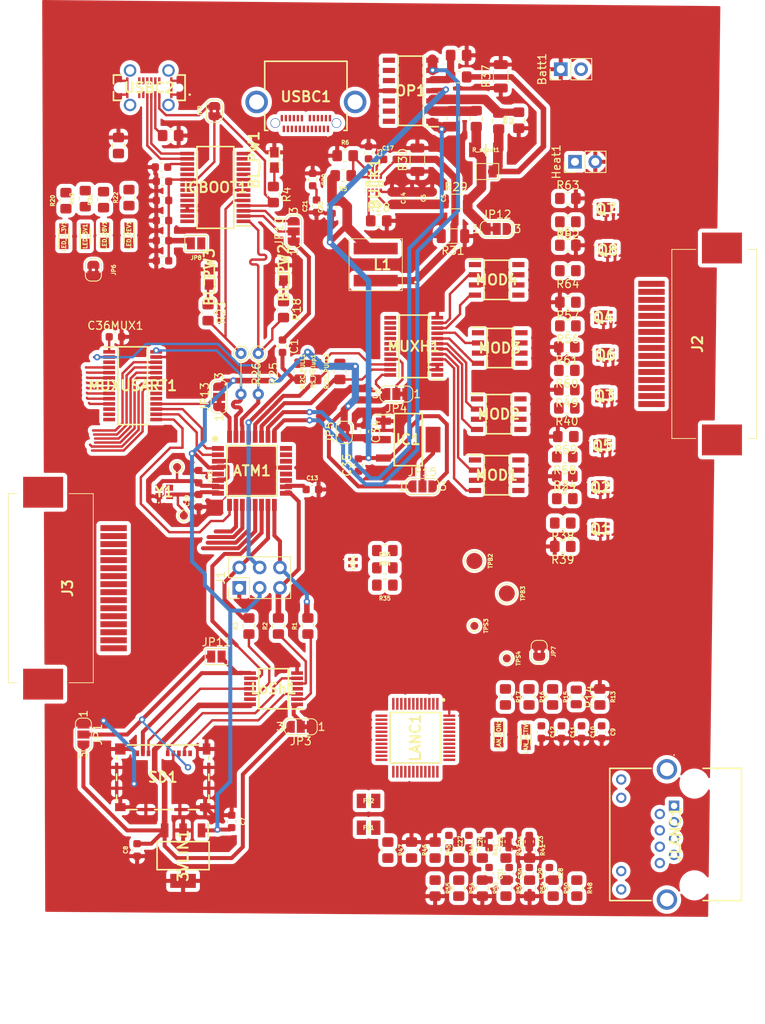
<source format=kicad_pcb>
(kicad_pcb (version 20221018) (generator pcbnew)
  (layers (0 "F.Cu" signal) (31 "B.Cu" signal) (34 "B.Paste" user) (35 "F.Paste" user) (36 "B.SilkS" user "B.Silkscreen") (37 "F.SilkS" user "F.Silkscreen") (38 "B.Mask" user) (39 "F.Mask" user) (44 "Edge.Cuts" user))
  (net 0 "")
  (net 1 "GND")
  (net 2 "MISO")
  (net 3 "/MC_MISO")
  (net 4 "SCK")
  (net 5 "/MC_SCK")
  (net 6 "MOSI")
  (net 7 "/MC_MOSI")
  (net 8 "5V")
  (net 9 "ADC6")
  (net 10 "ADC7")
  (net 11 "ADC0")
  (net 12 "ADC1")
  (net 13 "SDA")
  (net 14 "SCL")
  (net 15 "RX_MC")
  (net 16 "TX_MC")
  (net 17 "3.3V")
  (net 18 "V_Batt")
  (net 19 "28V")
  (net 20 "Vcur_mess")
  (net 21 "Net-(C9-Pad1)")
  (net 22 "Net-(C10-Pad1)")
  (net 23 "8V{slash}3A Buck Conv")
  (net 24 "/3.3V_D")
  (net 25 "/3.3V_A")
  (net 26 "Vvol_mess")
  (net 27 "CS_LAN")
  (net 28 "/MC_RST")
  (net 29 "/DTR")
  (net 30 "/BL_VCC")
  (net 31 "INT_LAN")
  (net 32 "/USB5V")
  (net 33 "Net-(JP6-A)")
  (net 34 "Net-(JP7-B)")
  (net 35 "Net-(LAN_ACTIV1-Pad1)")
  (net 36 "Net-(LAN_CON1-Pad1)")
  (net 37 "Net-(LED1-K_R)")
  (net 38 "Net-(LED1-K_B)")
  (net 39 "Net-(LED1-K_G)")
  (net 40 "Net-(LED_3.3V1-Pad2)")
  (net 41 "Net-(LED_5V1-Pad2)")
  (net 42 "Net-(LED_28V1-Pad2)")
  (net 43 "Net-(LED_REV1-Pad1)")
  (net 44 "/MC_LED3")
  (net 45 "/MC_LED1")
  (net 46 "/MC_LED2")
  (net 47 "/H2")
  (net 48 "/H3")
  (net 49 "Net-(BL_PW1-Pad2)")
  (net 50 "/H4")
  (net 51 "/H5")
  (net 52 "/H6")
  (net 53 "/H7")
  (net 54 "/SCK_3.3V")
  (net 55 "/MISO_3.3V")
  (net 56 "/MOSI_3.3V")
  (net 57 "/CS_SD_3.3V")
  (net 58 "CS_SD")
  (net 59 "/H0")
  (net 60 "/H1")
  (net 61 "Net-(BL_PW2-Pad2)")
  (net 62 "Net-(BL_PW3-Pad2)")
  (net 63 "/D+")
  (net 64 "/D-")
  (net 65 "Net-(ATM1-(PCINT6{slash}XTAL1{slash}TOSC1)_PB6)")
  (net 66 "Net-(ATM1-(PCINT7{slash}XTAL2{slash}TOSC2)_PB7)")
  (net 67 "unconnected-(ATM1-(PCINT22{slash}OC0A{slash}AIN0)_PD6-Pad10)")
  (net 68 "Net-(ATM1-AVCC)")
  (net 70 "Net-(BUCK1-RT)")
  (net 72 "Net-(BUCK1-SW)")
  (net 73 "Net-(BUCK1-BST)")
  (net 74 "Net-(BUCK1-SS)")
  (net 75 "Net-(BUCK1-FB)")
  (net 76 "Net-(LANC1-TOCAP)")
  (net 77 "Net-(LANC1-1V2O)")
  (net 78 "Net-(ICBOOT1-3V3OUT)")
  (net 79 "Net-(ICBOOT1-DTR#)")
  (net 80 "Net-(ICBOOT1-RTS#)")
  (net 109 "Net-(LANC1-TXN)")
  (net 110 "Net-(LANC1-TXP)")
  (net 114 "Net-(LANC1-EXRES1)")
  (net 118 "Net-(LANC1-RSVD_1)")
  (net 119 "Net-(LANC1-SPDLED)")
  (net 120 "Net-(LANC1-LINKLED)")
  (net 121 "Net-(LANC1-DUPLED)")
  (net 122 "Net-(LANC1-ACTLED)")
  (net 123 "Net-(LANC1-XI{slash}CLKIN)")
  (net 124 "Net-(LANC1-XO)")
  (net 125 "Net-(LANC1-RSTN)")
  (net 126 "Net-(LANC1-RSVD_2)")
  (net 127 "Net-(LANC1-RSVD_3)")
  (net 128 "Net-(LANC1-RSVD_4)")
  (net 129 "Net-(LANC1-RSVD_5)")
  (net 130 "Net-(LANC1-RSVD_6)")
  (net 131 "Net-(LANC1-PMODE2)")
  (net 132 "Net-(LANC1-PMODE1)")
  (net 133 "Net-(LANC1-PMODE0)")
  (net 136 "Net-(JP3-C)")
  (net 144 "Net-(OP1-1IN-)")
  (net 145 "Net-(OP1-1IN+)")
  (net 146 "Net-(OP1-2IN+)")
  (net 153 "Net-(R32-Pad1)")
  (net 154 "Net-(R33-Pad2)")
  (net 196 "Net-(JP4-C)")
  (net 197 "Net-(IC1-OUTPUT)")
  (net 199 "unconnected-(MUXUSART1-S8B-Pad4)")
  (net 200 "unconnected-(MUXUSART1-S7B-Pad5)")
  (net 201 "unconnected-(MUXUSART1-S6B-Pad6)")
  (net 202 "unconnected-(MUXUSART1-S5B-Pad7)")
  (net 203 "unconnected-(MUXUSART1-S4B-Pad8)")
  (net 204 "unconnected-(MUXUSART1-S3B-Pad9)")
  (net 205 "unconnected-(MUXUSART1-S2B-Pad10)")
  (net 206 "unconnected-(MUXUSART1-S1B-Pad11)")
  (net 211 "/PD3")
  (net 212 "/PD4")
  (net 213 "/PD5")
  (net 214 "unconnected-(ATM1-(PCINT23{slash}AIN1)_PD7-Pad11)")
  (net 215 "unconnected-(ATM1-(PCINT0{slash}CLKO{slash}ICP1)_PB0-Pad12)")
  (net 216 "unconnected-(ATM1-(PCINT1{slash}OC1A)_PB1-Pad13)")
  (net 217 "/PD2")
  (net 218 "unconnected-(MUXUSART1-S3A-Pad21)")
  (net 219 "unconnected-(MUXUSART1-S4A-Pad22)")
  (net 220 "unconnected-(MUXUSART1-S5A-Pad23)")
  (net 221 "unconnected-(MUXUSART1-S6A-Pad24)")
  (net 222 "unconnected-(MUXUSART1-S7A-Pad25)")
  (net 223 "unconnected-(MUXUSART1-S8A-Pad26)")
  (net 224 "Net-(JP1-C)")
  (net 236 "/rx_BL")
  (net 237 "/tx_BL")
  (net 256 "/VCC_Heater")
  (net 257 "Net-(MOD1-OUTA)")
  (net 258 "/H1_C")
  (net 259 "Net-(Q2-G)")
  (net 260 "Net-(JP13-C)")
  (net 261 "Net-(MOD1-OUTB)")
  (net 262 "Net-(MOD3-OUTB)")
  (net 263 "Net-(Q1-G)")
  (net 264 "/HA_1")
  (net 265 "Net-(Q3-G)")
  (net 266 "Net-(Q4-G)")
  (net 267 "Net-(Q5-G)")
  (net 268 "Net-(Q6-G)")
  (net 269 "Net-(MOD2-OUTB)")
  (net 270 "Net-(MOD2-OUTA)")
  (net 271 "Net-(MOD3-OUTA)")
  (net 272 "Net-(Heat1-Pin_1)")
  (net 273 "Net-(MOD4-OUTB)")
  (net 274 "Net-(MOD4-OUTA)")
  (net 275 "Net-(Q7-G)")
  (net 276 "Net-(Q8-G)")
  (net 277 "Net-(IC1-VOUT)")
  (footprint "SamacSys_Parts:ECS1601037B2JTNTR" (layer "F.Cu") (at 28.58209 73.32559)
    (fp_text reference "Y1")
    (fp_text value "Crystal_GND24_Small" hide)
  )
  (footprint "Jumper:SolderJumper-2_P1.3mm_Bridged2Bar_RoundedPad1.0x1.5mm" (layer "F.Cu") (at 51.054 65.913 90)
    (fp_text reference "JP5")
    (fp_text value "Jumper_2_Bridged" hide)
  )
  (footprint "Capacitor_SMD:C_0603_1608Metric" (layer "F.Cu") (at 28.36409 41.97159)
    (fp_text reference "C16" hide)
    (fp_text value "10nF" hide)
  )
  (footprint "Capacitor_SMD:C_0603_1608Metric" (layer "F.Cu") (at 22.479 53.975 180)
    (fp_text reference "C36MUX1")
    (fp_text value "0.1uF til 10uF" hide)
  )
  (footprint "SamacSys_Parts:RESC3216X90N" (layer "F.Cu") (at 68.75509 30.64259 180)
    (fp_text reference "R_shunt1")
    (fp_text value "1mOhm" hide)
  )
  (footprint "SamacSys_Parts:SM16BCPTK1ATBL" (layer "F.Cu") (at 15.685 85.344 -90)
    (fp_text reference "J3")
    (fp_text value "SM16B-CPTK-1A-TBL" hide)
  )
  (footprint "SamacSys_Parts:PMPB55ENEAX" (layer "F.Cu") (at 83.693 56.261)
    (fp_text reference "Q6")
    (fp_text value "PMPB55ENEAX" hide)
  )
  (footprint "Resistor_SMD:R_0805_2012Metric_Pad1.20x1.40mm_HandSolder" (layer "F.Cu") (at 56.515 118.027 -90)
    (fp_text reference "R47")
    (fp_text value "10k")
  )
  (footprint "Resistor_SMD:R_0805_2012Metric_Pad1.20x1.40mm_HandSolder" (layer "F.Cu") (at 42.84209 90.06759 90)
    (fp_text reference "R2")
    (fp_text value "500")
  )
  (footprint "Resistor_SMD:R_0805_2012Metric_Pad1.20x1.40mm_HandSolder" (layer "F.Cu") (at 46.52509 90.06759 90)
    (fp_text reference "R1")
    (fp_text value "500")
  )
  (footprint "Resistor_SMD:R_0805_2012Metric_Pad1.20x1.40mm_HandSolder" (layer "F.Cu") (at 80.115 122.777 -90)
    (fp_text reference "R48")
    (fp_text value "10k")
  )
  (footprint "SamacSys_Parts:LEDM2012X120N" (layer "F.Cu") (at 21.12509 41.29959 90)
    (fp_text reference "LED_28V1")
    (fp_text value "APTD2012LSURCK" hide)
  )
  (footprint "SamacSys_Parts:MJ323088GG2" (layer "F.Cu") (at 92.261 112.508 90)
    (fp_text reference "JLANC1")
    (fp_text value "LAN_CON" hide)
  )
  (footprint "Capacitor_SMD:C_0603_1608Metric" (layer "F.Cu") (at 49.534 37.795 90)
    (fp_text reference "C22")
    (fp_text value "100nF")
  )
  (footprint "Jumper:SolderJumper-3_P1.3mm_Bridged12_RoundedPad1.0x1.5mm_NumberLabels" (layer "F.Cu") (at 45.63609 102.64059 180)
    (fp_text reference "JP3")
    (fp_text value "Jumper_3_Bridged12" hide)
  )
  (footprint "Jumper:SolderJumper-3_P1.3mm_Open_RoundedPad1.0x1.5mm_NumberLabels" (layer "F.Cu") (at 18.48634 103.60884 -90)
    (fp_text reference "JP1")
    (fp_text value "SolderJumper_3_Open" hide)
  )
  (footprint "Capacitor_SMD:C_0603_1608Metric" (layer "F.Cu") (at 71.665 120.977 -90)
    (fp_text reference "C30")
    (fp_text value "100nF")
  )
  (footprint "Resistor_SMD:R_0805_2012Metric_Pad1.20x1.40mm_HandSolder" (layer "F.Cu") (at 78.994 49.657 180)
    (fp_text reference "R57")
    (fp_text value "missing")
  )
  (footprint "Capacitor_SMD:C_0603_1608Metric" (layer "F.Cu") (at 74.175 116.967 -90)
    (fp_text reference "C23")
    (fp_text value "100nF")
  )
  (footprint "Jumper:SolderJumper-2_P1.3mm_Bridged2Bar_RoundedPad1.0x1.5mm" (layer "F.Cu") (at 19.72809 45.61759 -90)
    (fp_text reference "JP6")
    (fp_text value "Jumper_2_Bridged" hide)
  )
  (footprint "Resistor_SMD:R_0805_2012Metric_Pad1.20x1.40mm_HandSolder" (layer "F.Cu") (at 78.994 52.607 180)
    (fp_text reference "R56")
    (fp_text value "missing")
  )
  (footprint "Capacitor_SMD:C_0603_1608Metric" (layer "F.Cu") (at 47.121 34.35 -90)
    (fp_text reference "C20")
    (fp_text value "22uF")
  )
  (footprint "Resistor_SMD:R_0805_2012Metric_Pad1.20x1.40mm_HandSolder" (layer "F.Cu") (at 20.99809 36.85459 90)
    (fp_text reference "R21")
    (fp_text value "13k (grob)")
  )
  (footprint "Resistor_SMD:R_0805_2012Metric_Pad1.20x1.40mm_HandSolder" (layer "F.Cu") (at 56.134 82.804)
    (fp_text reference "R36")
    (fp_text value "1.325k (grob)")
  )
  (footprint "Resistor_SMD:R_0805_2012Metric_Pad1.20x1.40mm_HandSolder" (layer "F.Cu") (at 71.194 98.918 -90)
    (fp_text reference "R17")
    (fp_text value "775 (grob)")
  )
  (footprint "Capacitor_SMD:C_0603_1608Metric" (layer "F.Cu") (at 83.214 103.298 -90)
    (fp_text reference "C9")
    (fp_text value "18pF")
  )
  (footprint "Resistor_SMD:R_0805_2012Metric_Pad1.20x1.40mm_HandSolder" (layer "F.Cu") (at 50.51609 58.29659 90)
    (fp_text reference "RI2C_PULL2")
    (fp_text value ">1.5kOhm")
  )
  (footprint "Resistor_SMD:R_0805_2012Metric_Pad1.20x1.40mm_HandSolder" (layer "F.Cu") (at 78.867 58.166 180)
    (fp_text reference "R60")
    (fp_text value "missing")
  )
  (footprint "SamacSys_Parts:2216320001" (layer "F.Cu") (at 46.27109 23.90059 180)
    (fp_text reference "USBC1")
    (fp_text value "221632-0001" hide)
  )
  (footprint "Capacitor_SMD:C_0603_1608Metric" (layer "F.Cu") (at 59.537 36.665 -90)
    (fp_text reference "C6")
    (fp_text value "10uF")
  )
  (footprint "SamacSys_Parts:SOP65P780X200-28N" (layer "F.Cu") (at 34.96809 35.33059 180)
    (fp_text reference "ICBOOT1")
    (fp_text value "FT232RNL-REEL" hide)
  )
  (footprint "SamacSys_Parts:SOT230P700X180-4N" (layer "F.Cu") (at 30.93234 118.72184 -90)
    (fp_text reference "3VLIN1")
    (fp_text value "LM3940IMP-3.3_NOPB" hide)
  )
  (footprint "Resistor_SMD:R_0805_2012Metric_Pad1.20x1.40mm_HandSolder" (layer "F.Cu") (at 65.35509 18.84259)
    (fp_text reference "R12" hide)
    (fp_text value "10k")
  )
  (footprint "SamacSys_Parts:SM16BCPTK1ATBL" (layer "F.Cu") (at 96.012 54.864 90)
    (fp_text reference "J2")
    (fp_text value "SM16B-CPTK-1A-TBL" hide)
  )
  (footprint "SamacSys_Parts:SOIC127P600X175-8N" (layer "F.Cu") (at 70.485 55.372)
    (fp_text reference "MOD3")
    (fp_text value "IXDN602SIATR" hide)
  )
  (footprint "Resistor_SMD:R_0805_2012Metric_Pad1.20x1.40mm_HandSolder" (layer "F.Cu") (at 64.65509 26.74259 90)
    (fp_text reference "R10" hide)
    (fp_text value "50k")
  )
  (footprint "Resistor_SMD:R_0805_2012Metric_Pad1.20x1.40mm_HandSolder" (layer "F.Cu") (at 68.315 118.027 -90)
    (fp_text reference "R43")
    (fp_text value "10k")
  )
  (footprint "Capacitor_SMD:C_0603_1608Metric" (layer "F.Cu") (at 57.027 36.665 -90)
    (fp_text reference "C14")
    (fp_text value "100nF")
  )
  (footprint "Capacitor_SMD:C_0603_1608Metric" (layer "F.Cu") (at 80.704 103.298 -90)
    (fp_text reference "C10")
    (fp_text value "18pF")
  )
  (footprint "Capacitor_SMD:C_0603_1608Metric" (layer "F.Cu") (at 28.36409 36.95159)
    (fp_text reference "C4" hide)
    (fp_text value "74pF" hide)
  )
  (footprint "SamacSys_Parts:PMPB55ENEAX" (layer "F.Cu") (at 83.058 77.978)
    (fp_text reference "Q1")
    (fp_text value "PMPB55ENEAX" hide)
  )
  (footprint "TestPoint:TestPoint_Pad_D1.0mm" (layer "F.Cu") (at 71.374 94.101 -90)
    (fp_text reference "TPS4")
    (fp_text value "DUP")
  )
  (footprint "Resistor_SMD:R_0805_2012Metric_Pad1.20x1.40mm_HandSolder" (layer "F.Cu") (at 78.359 80.137 180)
    (fp_text reference "R39")
    (fp_text value "missing")
  )
  (footprint "Resistor_SMD:R_1206_3216Metric" (layer "F.Cu") (at 65.024 37.084)
    (fp_text reference "R29")
    (fp_text value "0")
  )
  (footprint "Capacitor_SMD:C_0603_1608Metric" (layer "F.Cu") (at 28.23709 32.79059)
    (fp_text reference "C33" hide)
    (fp_text value "0.1uF" hide)
  )
  (footprint "Resistor_SMD:R_0805_2012Metric_Pad1.20x1.40mm_HandSolder" (layer "F.Cu") (at 59.465 118.027 -90)
    (fp_text reference "R46")
    (fp_text value "10k")
  )
  (footprint "Resistor_SMD:R_1206_3216Metric" (layer "F.Cu") (at 60.198 31.877 90)
    (fp_text reference "R30")
    (fp_text value "0")
  )
  (footprint "Connector_PinHeader_2.54mm:PinHeader_2x03_P2.54mm_Vertical" (layer "F.Cu") (at 37.95709 85.30059 90)
    (fp_text reference "J1")
    (fp_text value "Conn_02x03_Top_Bottom" hide)
  )
  (footprint "Capacitor_SMD:C_0603_1608Metric" (layer "F.Cu") (at 52.832 69.977 90)
    (fp_text reference "C35")
    (fp_text value "10uF")
  )
  (footprint "Resistor_SMD:R_0805_2012Metric_Pad1.20x1.40mm_HandSolder" (layer "F.Cu") (at 45.53209 58.26459 -90)
    (fp_text reference "RS_Pullup1")
    (fp_text value "10k")
  )
  (footprint "Capacitor_SMD:C_0603_1608Metric" (layer "F.Cu") (at 62.047 36.665 -90)
    (fp_text reference "C5")
    (fp_text value "10uF")
  )
  (footprint "Capacitor_SMD:C_0603_1608Metric" (layer "F.Cu") (at 47.599 37.668 90)
    (fp_text reference "C21")
    (fp_text value "22uF")
  )
  (footprint "Capacitor_SMD:C_0603_1608Metric" (layer "F.Cu") (at 32.88209 71.42559 -90)
    (fp_text reference "C18")
    (fp_text value "10pF")
  )
  (footprint "SamacSys_Parts:SOIC127P600X175-8N" (layer "F.Cu") (at 70.104 46.863)
    (fp_text reference "MOD4")
    (fp_text value "IXDN602SIATR" hide)
  )
  (footprint "Jumper:SolderJumper-3_P1.3mm_Bridged12_RoundedPad1.0x1.5mm_NumberLabels" (layer "F.Cu") (at 35.433 61.468 90)
    (fp_text reference "JP13")
    (fp_text value "Jumper_3_Bridged12" hide)
  )
  (footprint "Resistor_SMD:R_0805_2012Metric_Pad1.20x1.40mm_HandSolder" (layer "F.Cu") (at 70.35509 27.04259 -90)
    (fp_text reference "R7")
    (fp_text value "20k")
  )
  (footprint "SamacSys_Parts:PMPB55ENEAX" (layer "F.Cu") (at 83.439 51.562)
    (fp_text reference "Q4")
    (fp_text value "PMPB55ENEAX" hide)
  )
  (footprint "Resistor_SMD:R_0805_2012Metric_Pad1.20x1.40mm_HandSolder" (layer "F.Cu") (at 51.181 31.369)
    (fp_text reference "R6")
    (fp_text value "90k")
  )
  (footprint "Resistor_SMD:R_0805_2012Metric_Pad1.20x1.40mm_HandSolder" (layer "F.Cu") (at 78.74 66.421 180)
    (fp_text reference "R59")
    (fp_text value "missing")
  )
  (footprint "Resistor_SMD:R_0805_2012Metric_Pad1.20x1.40mm_HandSolder" (layer "F.Cu") (at 78.613 68.961 180)
    (fp_text reference "R58")
    (fp_text value "missing")
  )
  (footprint "Resistor_SMD:R_0805_2012Metric_Pad1.20x1.40mm_HandSolder" (layer "F.Cu") (at 24.17309 36.60059 90)
    (fp_text reference "R22")
    (fp_text value "13k (grob)")
  )
  (footprint "Capacitor_SMD:C_0603_1608Metric" (layer "F.Cu") (at 54.102 30.988 -90)
    (fp_text reference "C3")
    (fp_text value "33nF")
  )
  (footprint "Capacitor_SMD:C_0603_1608Metric" (layer "F.Cu") (at 66.645 116.967 -90)
    (fp_text reference "C26")
    (fp_text value "100nF")
  )
  (footprint "Resistor_SMD:R_0805_2012Metric_Pad1.20x1.40mm_HandSolder" (layer "F.Cu") (at 78.867 62.865 180)
    (fp_text reference "R40")
    (fp_text value "missing")
  )
  (footprint "Resistor_SMD:R_0805_2012Metric_Pad1.20x1.40mm_HandSolder" (layer "F.Cu") (at 78.359 77.216 180)
    (fp_text reference "R38")
    (fp_text value "missing")
  )
  (footprint "Jumper:SolderJumper-2_P1.3mm_Bridged2Bar_RoundedPad1.0x1.5mm" (layer "F.Cu") (at 34.84109 25.80559 90)
    (fp_text reference "JP9")
    (fp_text value "Jumper_2_Bridged")
  )
  (footprint "SamacSys_Parts:LEDM2012X120N" (layer "F.Cu") (at 18.71209 41.42659 90)
    (fp_text reference "LED_5V1")
    (fp_text value "APTD2012LSURCK" hide)
  )
  (footprint "SamacSys_Parts:QFP50P900X900X160-48N" (layer "F.Cu") (at 59.944 104.013 -90)
    (fp_text reference "LANC1")
    (fp_text value "W5500" hide)
  )
  (footprint "Resistor_SMD:R_0805_2012Metric_Pad1.20x1.40mm_HandSolder" (layer "F.Cu") (at 16.29909 36.98159 90)
    (fp_text reference "R20")
    (fp_text value "775 (grob)")
  )
  (footprint "Resistor_SMD:R_0805_2012Metric_Pad1.20x1.40mm_HandSolder" (layer "F.Cu") (at 78.613 71.374 180)
    (fp_text reference "R27")
    (fp_text value "missing" hide)
  )
  (footprint "SamacSys_Parts:SOP65P640X120-14N" (layer "F.Cu") (at 42.23534 97.89384 180)
    (fp_text reference "LoSh1")
    (fp_text value "SN74LVC125APWRE4" hide)
  )
  (footprint "Resistor_SMD:R_0805_2012Metric_Pad1.20x1.40mm_HandSolder" (layer "F.Cu") (at 82.994 98.918 -90)
    (fp_text reference "R13")
    (fp_text value "12.4KΩ(1%)")
  )
  (footprint "SamacSys_Parts:PMPB55ENEAX" (layer "F.Cu") (at 83.058 72.771)
    (fp_text reference "Q2")
    (fp_text value "PMPB55ENEAX" hide)
  )
  (footprint "SamacSys_Parts:SOP65P640X120-28N" (layer "F.Cu") (at 24.638 60.071)
    (fp_text reference "MUXUSART1")
    (fp_text value "MUX507IPWR" hide)
  )
  (footprint "Resistor_SMD:R_0805_2012Metric_Pad1.20x1.40mm_HandSolder" (layer "F.Cu") (at 65.35509 21.54259 180)
    (fp_text reference "R11" hide)
    (fp_text value "50k")
  )
  (footprint "Jumper:SolderJumper-3_P1.3mm_Bridged12_RoundedPad1.0x1.5mm_NumberLabels" (layer "F.Cu") (at 57.57409 61.11159 180)
    (fp_text reference "JP4")
    (fp_text value "Jumper_3_Bridged12" hide)
  )
  (footprint "SamacSys_Parts:SOIC127P600X175-8N" (layer "F.Cu") (at 70.358 63.627)
    (fp_text reference "MOD2")
    (fp_text value "IXDN602SIATR" hide)
  )
  (footprint "Resistor_SMD:R_0805_2012Metric_Pad1.20x1.40mm_HandSolder" (layer "F.Cu") (at 78.613 74.168 180)
    (fp_text reference "R24")
    (fp_text value "missing" hide)
  )
  (footprint "Resistor_SMD:R_0805_2012Metric_Pad1.20x1.40mm_HandSolder" (layer "F.Cu") (at 74.144 98.918 -90)
    (fp_text reference "R16")
    (fp_text value "775 (grob)")
  )
  (footprint "SamacSys_Parts:LTRBR37G4R4S01250" (layer "F.Cu") (at 52.15391 82.14441 90)
    (fp_text reference "LED1")
    (fp_text value "StatusLED" hide)
  )
  (footprint "Resistor_SMD:R_0805_2012Metric_Pad1.20x1.40mm_HandSolder" (layer "F.Cu") (at 74.215 118.027 -90)
    (fp_text reference "R41")
    (fp_text value "10k")
  )
  (footprint "SamacSys_Parts:LEDM2012X120N" (layer "F.Cu") (at 42.33409 31.90159 -90)
    (fp_text reference "BL_PW1")
    (fp_text value "APTD2012LSURCK" hide)
  )
  (footprint "SamacSys_Parts:LEDM2012X120N" (layer "F.Cu") (at 43.47709 45.99859 -90)
    (fp_text reference "BL_PW2")
    (fp_text value "APTD2012LSURCK" hide)
  )
  (footprint "Resistor_SMD:R_0805_2012Metric_Pad1.20x1.40mm_HandSolder" (layer "F.Cu") (at 50.931 33.858 180)
    (fp_text reference "R5")
    (fp_text value "10k")
  )
  (footprint "Capacitor_SMD:C_0603_1608Metric" (layer "F.Cu") (at 28.36409 39.46159)
    (fp_text reference "C15" hide)
    (fp_text value "74pF" hide)
  )
  (footprint "Capacitor_SMD:C_0603_1608Metric" (layer "F.Cu") (at 69.155 120.977 -90)
    (fp_text reference "C31")
    (fp_text value "100nF")
  )
  (footprint "Resistor_SMD:R_0805_2012Metric_Pad1.20x1.40mm_HandSolder" (layer "F.Cu") (at 78.994 42.545)
    (fp_text reference "R65")
    (fp_text value "missing")
  )
  (footprint "SamacSys_Parts:PMPB55ENEAX" (layer "F.Cu") (at 83.566 61.341)
    (fp_text reference "Q3")
    (fp_text value "PMPB55ENEAX" hide)
  )
  (footprint "SamacSys_Parts:PMPB55ENEAX" (layer "F.Cu") (at 83.947 43.166)
    (fp_text reference "Q8")
    (fp_text value "PMPB55ENEAX" hide)
  )
  (footprint "Resistor_SMD:R_0805_2012Metric_Pad1.20x1.40mm_HandSolder" (layer "F.Cu") (at 18.71209 36.72759 90)
    (fp_text reference "R19")
    (fp_text value "2k")
  )
  (footprint "SamacSys_Parts:BEADC2016X130N" (layer "F.Cu") (at 54.102 111.887 180)
    (fp_text reference "FB2")
    (fp_text value "MH2029-300Y" hide)
  )
  (footprint "Jumper:SolderJumper-2_P1.3mm_Open_Pad1.0x1.5mm" (layer "F.Cu") (at 32.55509 42.31559 180)
    (fp_text reference "JP8")
    (fp_text value "SolderJumper_2_Open" hide)
  )
  (footprint "Capacitor_SMD:C_0603_1608Metric" (layer "F.Cu") (at 47.08209 73.02559)
    (fp_text reference "C13")
    (fp_text value "100nF")
  )
  (footprint "Resistor_SMD:R_0805_2012Metric_Pad1.20x1.40mm_HandSolder" (layer "F.Cu") (at 47.51609 58.29659 90)
    (fp_text reference "RI2C_PULL1")
    (fp_text value ">1.5kOhm")
  )
  (footprint "Resistor_SMD:R_0805_2012Metric_Pad1.20x1.40mm_HandSolder" (layer "F.Cu") (at 56.134 80.645 180)
    (fp_text reference "R34")
    (fp_text value "1.325k (grob)")
  )
  (footprint "SamacSys_Parts:LEDM2012X120N" (layer "F.Cu") (at 24.17309 41.29959 -90)
    (fp_text reference "LED_REV1")
    (fp_text value "APTD2012LSURCK" hide)
  )
  (footprint "Capacitor_SMD:C_0603_1608Metric" (layer "F.Cu") (at 43.35009 55.14259 -90)
    (fp_text reference "C1")
    (fp_text value "100nF")
  )
  (footprint "Resistor_THT:R_Axial_DIN0204_L3.6mm_D1.6mm_P5.08mm_Vertical" (layer "F.Cu") (at 40.32509 56.04459 -90)
    (fp_text reference "R25")
    (fp_text value "500")
  )
  (footprint "SamacSys_Parts:SOT230P700X180-4N" (layer "F.Cu") (at 59.055 66.802)
    (fp_text reference "IC1")
    (fp_text value "AZ1117CH-5.0TRG1" hide)
  )
  (footprint "Resistor_SMD:R_0805_2012Metric_Pad1.20x1.40mm_HandSolder" (layer "F.Cu") (at 65.365 118.027 -90)
    (fp_text reference "R44")
    (fp_text value "10k")
  )
  (footprint "SamacSys_Parts:SOIC127P600X175-8N" (layer "F.Cu") (at 70.104 71.247)
    (fp_text reference "MOD1")
    (fp_text value "IXDN602SIATR" hide)
  )
  (footprint "SamacSys_Parts:MEM20850011500A" (layer "F.Cu") (at 28.39234 108.94284 180)
    (fp_text reference "SD1")
    (fp_text value "MEM20850011500A" hide)
  )
  (footprint "Resistor_SMD:R_0805_2012Metric_Pad1.20x1.40mm_HandSolder" (layer "F.Cu") (at 22.86 30.099 90)
    (fp_text reference "R32" hide)
    (fp_text value "56 kΩ ± 20%")
  )
  (footprint "Resistor_SMD:R_0805_2012Metric_Pad1.20x1.40mm_HandSolder" (layer "F.Cu") (at 56.134 84.963 180)
    (fp_text reference "R35")
    (fp_text value "1.325k (grob)")
  )
  (footprint "Resistor_SMD:R_0805_2012Metric_Pad1.20x1.40mm_HandSolder" (layer "F.Cu") (at 77.094 98.918 -90)
    (fp_text reference "R15")
    (fp_text value "1M")
  )
  (footprint "Resistor_SMD:R_0805_2012Metric_Pad1.20x1.40mm_HandSolder" (layer "F.Cu") (at 78.994 39.624 180)
    (fp_text reference "R62")
    (fp_text value "missing")
  )
  (footprint "Resistor_SMD:R_0805_2012Metric_Pad1.20x1.40mm_HandSolder" (layer "F.Cu") (at 65.365 122.777 -90)
    (fp_text reference "R54")
    (fp_text value "10k")
  )
  (footprint "Capacitor_SMD:C_0603_1608Metric" (layer "F.Cu") (at 75.684 103.298 -90)
    (fp_text reference "C12")
    (fp_text value "10nF")
  )
  (footprint "TestPoint:TestPoint_Pad_D2.0mm" (layer "F.Cu") (at 71.374 86.001 -90)
    (fp_text reference "TPB3")
    (fp_text value "TXP")
  )
  (footprint "Capacitor_SMD:C_0603_1608Metric" (layer "F.Cu") (at 28.36409 34.56859)
    (fp_text reference "C2" hide)
    (fp_text value "74pF" hide)
  )
  (footprint "Capacitor_SMD:C_0603_1608Metric" (layer "F.Cu") (at 78.194 103.298 -90)
    (fp_text reference "C11")
    (fp_text value "4.7uF")
  )
  (footprint "SamacSys_Parts:LEDM2012X120N" (layer "F.Cu") (at 70.381 103.613 -90)
    (fp_text reference "LAN_CON1")
    (fp_text value "APTD2012LSURCK" hide)
  )
  (footprint "SamacSys_Parts:LEDM2012X120N" (layer "F.Cu") (at 34.20609 46.50659 -90)
    (fp_text reference "BL_PW3")
    (fp_text value "APTD2012LSURCK" hide)
  )
  (footprint "Jumper:SolderJumper-2_P1.3mm_Open_Pad1.0x1.5mm" (layer "F.Cu") (at 35.09509 93.87759)
    (fp_text reference "JP11")
    (fp_text value "SolderJumper_2_Open" hide)
  )
  (footprint "Jumper:SolderJumper-3_P1.3mm_Open_RoundedPad1.0x1.5mm_NumberLabels" (layer "F.Cu") (at 60.833 72.644)
    (fp_text reference "JP15")
    (fp_text value "SolderJumper_3_Open" hide)
  )
  (footprint "Capacitor_SMD:C_0603_1608Metric" (layer "F.Cu") (at 76.685 120.977 -90)
    (fp_text reference "C28")
    (fp_text value "100nF")
  )
  (footprint "Resistor_SMD:R_0805_2012Metric_Pad1.20x1.40mm_HandSolder" (layer "F.Cu") (at 55.372 39.497)
    (fp_text reference "R28")
    (fp_text value "0")
  )
  (footprint "Connector_PinHeader_2.54mm:PinHeader_1x02_P2.54mm_Vertical" (layer "F.Cu") (at 79.883 32.131 90)
    (fp_text reference "Heat1")
    (fp_text value "Conn_01x02")
  )
  (footprint "Resistor_SMD:R_0805_2012Metric_Pad1.20x1.40mm_HandSolder" (layer "F.Cu") (at 78.867 55.245 180)
    (fp_text reference "R61")
    (fp_text value "missing")
  )
  (footprint "Connector_PinHeader_2.54mm:PinHeader_1x02_P2.54mm_Vertical" (layer "F.Cu") (at 78.105 20.574 90)
    (fp_text reference "Batt1")
    (fp_text value "Conn_01x02")
  )
  (footprint "Capacitor_SMD:C_0603_1608Metric" (layer "F.Cu") (at 53.594 65.786 -90)
    (fp_text reference "C34")
    (fp_text value "22uF")
  )
  (footprint "SamacSys_Parts:SOTFL50P160X60-8N" (layer "F.Cu") (at 54.868 34.874 90)
    (fp_text reference "BUCK1")
    (fp_text value "TPS62933DRLR" hide)
  )
  (footprint "SamacSys_Parts:SOIC127P600X175-14N" (layer "F.Cu") (at 59.35209 23.26559 180)
    (fp_text reference "OP1")
    (fp_text value "LM324ADR" hide)
  )
  (footprint "SamacSys_Parts:74439346068" (layer "F.Cu") (at 54.991 44.958 180)
    (fp_text reference "L1")
    (fp_text value "74439346068" hide)
  )
  (footprint "Capacitor_SMD:C_0603_1608Metric" (layer "F.Cu") (at 74.175 120.977 -90)
    (fp_text reference "C29")
    (fp_text value "22uF")
  )
  (footprint "Resistor_SMD:R_0805_2012Metric_Pad1.20x1.40mm_HandSolder" (layer "F.Cu") (at 67.55509 26.74259 -90)
    (fp_text reference "R9" hide)
    (fp_text value "20k")
  )
  (footprint "Capacitor_SMD:C_0603_1608Metric" (layer "F.Cu") (at 25.18909 118.00759 90)
    (fp_text reference "C8")
    (fp_text value "33uF")
  )
  (footprint "SamacSys_Parts:PMPB55ENEAX" (layer "F.Cu") (at 83.312 67.564)
    (fp_text reference "Q5")
    (fp_text value "PMPB55ENEAX" hide)
  )
  (footprint "Resistor_SMD:R_0805_2012Metric_Pad1.20x1.40mm_HandSolder" (layer "F.Cu") (at 78.994 36.703)
    (fp_text reference "R63")
    (fp_text value "missing")
  )
  (footprint "Resistor_SMD:R_0805_2012Metric_Pad1.20x1.40mm_HandSolder" (layer "F.Cu") (at 42.20709 36.21959 -90)
    (fp_text reference "R4")
    (fp_text value "2k")
  )
  (footprint "SamacSys_Parts:BEADC2016X130N" (layer "F.Cu") (at 54.102 115.237 180)
    (fp_text reference "FB1")
    (fp_text value "MH2029-300Y" hide)
  )
  (footprint "Capacitor_SMD:C_0603_1608Metric" (layer "F.Cu") (at 69.155 116.967 -90)
    (fp_text reference "C25")
    (fp_text value "100nF")
  )
  (footprint "TestPoint:TestPoint_Pad_D1.0mm" (layer "F.Cu") (at 67.324 90.051 -90)
    (fp_text reference "TPS3")
    (fp_text value "SPD")
  )
  (footprint "SamacSys_Parts:SOP65P640X110-24N" (layer "F.Cu") (at 59.75009 55.16159 180)
    (fp_text reference "MUXH1")
    (fp_text value "PCA9555PW,112" hide)
  )
  (footprint "Capacitor_SMD:C_0603_1608Metric" (layer "F.Cu") (at 56.773 31.826)
    (fp_text reference "C17")
    (fp_text value "100nF")
  )
  (footprint "Resistor_SMD:R_0805_2012Metric_Pad1.20x1.40mm_HandSolder" (layer "F.Cu") (at 71.265 118.027 -90)
    (fp_text reference "R42")
    (fp_text value "10k")
  )
  (footprint "Jumper:SolderJumper-3_P1.3mm_Bridged12_RoundedPad1.0x1.5mm_NumberLabels" (layer "F.Cu") (at 70.104 40.513)
    (fp_text reference "JP12")
    (fp_text value "Jumper_3_Bridged12" hide)
  )
  (footprint "Resistor_SMD:R_0805_2012Metric_Pad1.20x1.40mm_HandSolder" (layer "F.Cu") (at 39.15909 90.06759 90)
    (fp_text reference "R3")
    (fp_text value "500")
  )
  (footprint "TestPoint:TestPoint_Pad_D1.0mm" (layer "F.Cu") (at 31.027615 76.286165)
    (fp_text reference "TPS18" hide)
    (fp_text value "TestPoint" hide)
  )
  (footprint "Resistor_SMD:R_0805_2012Metric_Pad1.20x1.40mm_HandSolder" (layer "F.Cu") (at 62.415 122.777 -90)
    (fp_text reference "R55")
    (fp_text value "10k")
  )
  (footprint "Resistor_SMD:R_1206_3216Metric" (layer "F.Cu") (at 70.612 21.463 90)
    (fp_text reference "R37")
    (fp_text value "0")
  )
  (footprint "Jumper:SolderJumper-3_P1.3mm_Bridged12_RoundedPad1.0x1.5mm_NumberLabels" (layer "F.Cu") (at 44.74709 40.82159 90)
    (fp_text reference "JP10")
    (fp_text value "Jumper_3_Bridged12" hide)
  )
  (footprint "SamacSys_Parts:PMPB55ENEAX" (layer "F.Cu") (at 83.748 38.066)
    (fp_text reference "Q7")
    (fp_text value "PMPB55ENEAX" hide)
  )
  (footprint "Resistor_SMD:R_0805_2012Metric_Pad1.20x1.40mm_HandSolder" (layer "F.Cu") (at 71.265 122.777 -90)
    (fp_text reference "R52")
    (fp_text value "10k")
  )
  (footprint "Resistor_SMD:R_0805_2012Metric_Pad1.20x1.40mm_HandSolder" (layer "F.Cu") (at 77.165 122.777 -90)
    (fp_text reference "R50")
    (fp_text value "10k")
  )
  (footprint "Jumper:SolderJumper-2_P1.3mm_Open_Pad1.0x1.5mm" (layer "F.Cu") (at 68.95509 33.34259 180)
    (fp_text reference "JP2" hide)
    (fp_text value "SolderJumper_2_Open" hide)
  )
  (footprint "Capacitor_SMD:C_0603_1608Metric" (layer "F.Cu") (at 28.36409 44.48159)
    (fp_text reference "C32" hide)
    (fp_text value "0.1uF" hide)
  )
  (footprint "Resistor_SMD:R_0805_2012Metric_Pad1.20x1.40mm_HandSolder" (layer "F.Cu") (at 78.994 45.72 180)
    (fp_text reference "R64")
    (fp_text value "missing")
  )
  (footprint "Resistor_SMD:R_0805_2012Metric_Pad1.20x1.40mm_HandSolder" (layer "F.Cu") (at 78.867 60.579 180)
    (fp_text reference "R49")
    (fp_text value "missing")
  )
  (footprint "Resistor_SMD:R_0805_2012Metric_Pad1.20x1.40mm_HandSolder" (layer "F.Cu") (at 72.85509 26.94259 90)
    (fp_text reference "R8")
    (fp_text value "50k")
  )
  (footprint "Resistor_SMD:R_0805_2012Metric_Pad1.20x1.40mm_HandSolder" (layer "F.Cu") (at 68.315 122.777 -90)
    (fp_text reference "R53")
    (fp_text value "10k")
  )
  (footprint "Resistor_SMD:R_0805_2012Metric_Pad1.20x1.40mm_HandSolder" (layer "F.Cu") (at 74.215 122.777 -90)
    (fp_text reference "R51")
    (fp_text value "10k")
  )
  (footprint "SamacSys_Parts:QFP80P900X900X120-32N" (layer "F.Cu") (at 39.536615 70.698165)
    (fp_text reference "ATM1")
    (fp_text value "ATMEGA328P-AU" hide)
  )
  (footprint "Resistor_SMD:R_0805_2012Metric_Pad1.20x1.40mm_HandSolder" (layer "F.Cu") (at 34.05009 50.95159 -90)
    (fp_text reference "R23")
    (fp_text value "2k")
  )
  (footprint "SamacSys_Parts:2171820001" (layer "F.Cu") (at 26.71309 22.88459 180)
    (fp_text reference "USBC2")
    (fp_text value "217182-0001" hide)
  )
  (footprint "Capacitor_SMD:C_0603_1608Metric" (layer "F.Cu") (at 32.88209 74.42559 90)
    (fp_text reference "C19")
    (fp_text value "10pF")
  )
  (footprint "Resistor_SMD:R_0805_2012Metric_Pad1.20x1.40mm_HandSolder" (layer "F.Cu") (at 62.415 118.027 -90)
    (fp_text reference "R45")
    (fp_text value "10k")
  )
  (footprint "Capacitor_SMD:C_0603_1608Metric" (layer "F.Cu") (at 64.135 116.967 -90)
    (fp_text reference "C27")
    (fp_text value "100nF")
  )
  (footprint "Capacitor_SMD:C_0603_1608Metric" (layer "F.Cu") (at 37.00009 114.45159 -90)
    (fp_text reference "C7")
    (fp_text value "0.74uF")
  )
  (footprint "Capacitor_SMD:C_0603_1608Metric" (layer "F.Cu") (at 71.665 116.967 -90)
    (fp_text reference "C24")
    (fp_text value "100nF")
  )
  (footprint "Resistor_SMD:R_0805_2012Metric_Pad1.20x1.40mm_HandSolder" (layer "F.Cu") (at 43.47709 50.57059 -90)
    (fp_text reference "R18")
    (fp_text value "2k")
  )
  (footprint "SamacSys_Parts:LEDM2012X120N" (layer "F.Cu") (at 73.763 103.937 -90)
    (fp_text reference "LAN_ACTIV1")
    (fp_text value "APTD2012LSURCK" hide)
  )
  (footprint "Resistor_SMD:R_0805_2012Metric_Pad1.20x1.40mm_HandSolder" (layer "F.Cu") (at 29.38009 28.85359 180)
    (fp_text reference "R33" hide)
    (fp_text value "56 kΩ ± 20%")
  )
  (footprint "Jumper:SolderJumper-2_P1.3mm_Bridged2Bar_RoundedPad1.0x1.5mm" (layer "F.Cu") (at 75.41341 93.26109 -90)
    (fp_text reference "JP7")
    (fp_text value "Jumper_2_Bridged")
  )
  (footprint "Resistor_SMD:R_1206_3216Metric" (layer "F.Cu") (at 64.643 41.402 180)
    (fp_text reference "R31")
    (fp_text value "0")
  )
  (footprint "Resistor_THT:R_Axial_DIN0204_L3.6mm_D1.6mm_P5.08mm_Vertical" (layer "F.Cu") (at 38.16609 56.04459 -90)
    (fp_text reference "R26")
    (fp_text value "500")
  )
  (footprint "TestPoint:TestPoint_Pad_D2.0mm" (layer "F.Cu") (at 67.324 81.951 -90)
    (fp_text reference "TPB2")
    (fp_text value "TXN")
  )
  (footprint "TestPoint:TestPoint_Pad_D1.0mm" (layer "F.Cu") (at 30.18209 70.22559)
    (fp_text reference "TPS17" hide)
    (fp_text value "TestPoint" hide)
  )
  (footprint "Resistor_SMD:R_0805_2012Metric" (layer "F.Cu") (at 80.044 98.918 -90)
    (fp_text reference "R14")
    (fp_text value "0R")
  )
  (footprint "SamacSys_Parts:LEDM2012X120N" (layer "F.Cu") (at 16.04509 41.42659 90)
    (fp_text reference "LED_3.3V1")
    (fp_text value "APTD2012LSURCK" hide)
  )
  (segment (start 28.58209 72.95059) (end 28.58209 73.70059) (width 0.1) (layer "F.Cu") (net 1))
  (segment (start 55.796 35.89) (end 55.618 35.712) (width 0.3) (layer "F.Cu") (net 1))
  (segment (start 35.56 74.549) (end 35.687 74.549) (width 0.15) (layer "F.Cu") (net 1))
  (segment (start 62.047 35.89) (end 57.027 35.89) (width 1.2) (layer "F.Cu") (net 1))
  (segment (start 43.786615 70.298165) (end 39.009615 70.298165) (width 0.5) (layer "F.Cu") (net 1))
  (segment (start 32.88209 70.65059) (end 33.19709 70.96559) (width 0.3) (layer "F.Cu") (net 1))
  (segment (start 37.00009 113.67659) (end 34.69609 113.67659) (width 0.5) (layer "F.Cu") (net 1))
  (segment (start 60.62209 57.42859) (end 60.63009 57.43659) (width 0.3) (layer "F.Cu") (net 1))
  (segment (start 35.687 74.549) (end 36.83 73.406) (width 0.15) (layer "F.Cu") (net 1))
  (segment (start 33.39234 112.97284) (end 33.69234 112.67284) (width 0.5) (layer "F.Cu") (net 1))
  (segment (start 29.229 56.496) (end 29.337 56.388) (width 0.3) (layer "F.Cu") (net 1))
  (segment (start 31.45609 35.00559) (end 32.86509 35.00559) (width 0.3) (layer "F.Cu") (net 1))
  (segment (start 60.98009 58.08659) (end 60.87609 58.19059) (width 0.3) (layer "F.Cu") (net 1))
  (segment (start 39.009615 70.298165) (end 38.17704 69.46559) (width 0.5) (layer "F.Cu") (net 1))
  (segment (start 29.71234 105.95284) (end 29.71234 107.63484) (width 0.3) (layer "F.Cu") (net 1))
  (segment (start 28.43209 73.85059) (end 27.90709 73.85059) (width 0.1) (layer "F.Cu") (net 1))
  (segment (start 28.73209 72.80059) (end 28.58209 72.95059) (width 0.1) (layer "F.Cu") (net 1))
  (segment (start 37.31759 35.65559) (end 36.74609 35.08409) (width 0.3) (layer "F.Cu") (net 1))
  (segment (start 33.19709 70.96559) (end 35.29209 70.96559) (width 0.3) (layer "F.Cu") (net 1))
  (segment (start 27.576 56.496) (end 29.229 56.496) (width 0.3) (layer "F.Cu") (net 1))
  (segment (start 38.17704 69.46559) (end 35.286615 69.46559) (width 0.5) (layer "F.Cu") (net 1))
  (segment (start 28.58209 73.70059) (end 28.43209 73.85059) (width 0.1) (layer "F.Cu") (net 1))
  (segment (start 62.68809 57.43659) (end 60.63009 57.43659) (width 0.3) (layer "F.Cu") (net 1))
  (segment (start 36.74609 35.08409) (end 36.74609 34.56859) (width 0.3) (layer "F.Cu") (net 1))
  (segment (start 38.48009 35.65559) (end 37.31759 35.65559) (width 0.3) (layer "F.Cu") (net 1))
  (segment (start 29.25709 72.80059) (end 28.73209 72.80059) (width 0.1) (layer "F.Cu") (net 1))
  (segment (start 62.68809 58.08659) (end 60.98009 58.08659) (width 0.3) (layer "F.Cu") (net 1))
  (segment (start 34.69609 113.67659) (end 33.69234 112.67284) (width 0.5) (layer "F.Cu") (net 1))
  (segment (start 32.86509 35.00559) (end 33.57109 35.71159) (width 0.3) (layer "F.Cu") (net 1))
  (segment (start 57.027 35.89) (end 55.796 35.89) (width 0.3) (layer "F.Cu") (net 1))
  (via (at 20.99809 101.87859) (size 0.8) (drill 0.4) (layers "F.Cu" "B.Cu") (net 1))
  (via (at 24.80809 109.75259) (size 0.8) (drill 0.4) (layers "F.Cu" "B.Cu") (net 1))
  (segment (start 24.80809 105.68859) (end 24.80809 109.75259) (width 0.5) (layer "B.Cu") (net 1))
  (segment (start 20.99809 101.87859) (end 24.80809 105.68859) (width 0.5) (layer "B.Cu") (net 1))
  (segment (start 46.52509 91.06759) (end 46.88734 91.42984) (width 0.3) (layer "F.Cu") (net 2))
  (segment (start 46.88734 91.42984) (end 46.88734 98.46734) (width 0.3) (layer "F.Cu") (net 2))
  (segment (start 46.16084 99.19384) (end 45.17334 99.19384) (width 0.3) (layer "F.Cu") (net 2))
  (segment (start 46.88734 98.46734) (end 46.16084 99.19384) (width 0.3) (layer "F.Cu") (net 2))
  (segment (start 42.34209 78.78559) (end 43.03709 79.48059) (width 0.5) (layer "F.Cu") (net 3))
  (segment (start 43.03709 79.48059) (end 43.03709 82.76059) (width 0.5) (layer "F.Cu") (net 3))
  (segment (start 46.39809 87.01959) (end 46.39809 88.94059) (width 0.7) (layer "F.Cu") (net 3))
  (segment (start 46.39809 88.94059) (end 46.52509 89.06759) (width 0.7) (layer "F.Cu") (net 3))
  (segment (start 42.34209 74.81559) (end 42.34209 78.78559) (width 0.5) (layer "F.Cu") (net 3))
  (via (at 46.39809 87.01959) (size 0.8) (drill 0.4) (layers "F.Cu" "B.Cu") (net 3))
  (segment (start 46.39809 86.12159) (end 43.03709 82.76059) (width 0.5) (layer "B.Cu") (net 3))
  (segment (start 46.39809 87.01959) (end 46.39809 86.12159) (width 0.5) (layer "B.Cu") (net 3))
  (segment (start 42.84209 91.06759) (end 46.26084 94.48634) (width 0.3) (layer "F.Cu") (net 4))
  (segment (start 46.26084 94.48634) (end 46.26084 97.19384) (width 0.3) (layer "F.Cu") (net 4))
  (segment (start 46.26084 97.19384) (end 46.21084 97.24384) (width 0.3) (layer "F.Cu") (net 4))
  (segment (start 45.17334 97.24384) (end 46.16084 97.24384) (width 0.25) (layer "F.Cu") (net 4))
  (segment (start 46.21084 97.24384) (end 45.17334 97.24384) (width 0.3) (layer "F.Cu") (net 4))
  (segment (start 42.60709 85.73059) (end 43.03709 85.30059) (width 0.5) (layer "F.Cu") (net 5))
  (segment (start 44.22209 73.36559) (end 45.38209 74.52559) (width 0.5) (layer "F.Cu") (net 5))
  (segment (start 42.84209 89.06759) (end 42.84209 85.49559) (width 0.7) (layer "F.Cu") (net 5))
  (segment (start 43.79209 73.36559) (end 44.22209 73.36559) (width 0.5) (layer "F.Cu") (net 5))
  (segment (start 45.38209 82.95559) (end 43.03709 85.30059) (width 0.5) (layer "F.Cu") (net 5))
  (segment (start 45.38209 74.52559) (end 45.38209 82.95559) (width 0.5) (layer "F.Cu") (net 5))
  (segment (start 42.84209 85.49559) (end 43.03709 85.30059) (width 0.7) (layer "F.Cu") (net 5))
  (segment (start 43.31209 85.02559) (end 43.03709 85.30059) (width 0.5) (layer "B.Cu") (net 5))
  (segment (start 40.33484 98.54384) (end 39.29734 98.54384) (width 0.3) (layer "F.Cu") (net 6))
  (segment (start 41.69909 95.14759) (end 41.69909 97.17959) (width 0.3) (layer "F.Cu") (net 6))
  (segment (start 39.15909 92.60759) (end 41.69909 95.14759) (width 0.3) (layer "F.Cu") (net 6))
  (segment (start 41.69909 97.17959) (end 40.33484 98.54384) (width 0.3) (layer "F.Cu") (net 6))
  (segment (start 39.15909 91.06759) (end 39.15909 92.60759) (width 0.3) (layer "F.Cu") (net 6))
  (segment (start 41.54209 74.81559) (end 41.54209 79.13059) (width 0.5) (layer "F.Cu") (net 7))
  (segment (start 39.30709 81.36559) (end 39.30709 81.41059) (width 0.5) (layer "F.Cu") (net 7))
  (segment (start 39.30709 81.41059) (end 37.95709 82.76059) (width 0.5) (layer "F.Cu") (net 7))
  (segment (start 41.54209 79.13059) (end 39.30709 81.36559) (width 0.5) (layer "F.Cu") (net 7))
  (segment (start 37.56209 82.36559) (end 37.95709 82.76059) (width 0.5) (layer "F.Cu") (net 7))
  (segment (start 38.41309 89.06759) (end 39.15909 89.06759) (width 0.5) (layer "F.Cu") (net 7))
  (segment (start 36.11109 86.76559) (end 38.41309 89.06759) (width 0.5) (layer "F.Cu") (net 7))
  (segment (start 36.11109 84.60659) (end 36.11109 86.76559) (width 0.5) (layer "F.Cu") (net 7))
  (segment (start 37.95709 82.76059) (end 36.11109 84.60659) (width 0.5) (layer "F.Cu") (net 7))
  (segment (start 56.79509 58.71759) (end 55.77709 58.71759) (width 0.3) (layer "F.Cu") (net 8))
  (segment (start 35.22209 115.46759) (end 36.75909 115.46759) (width 0.5) (layer "F.Cu") (net 8))
  (segment (start 51.054 63.119) (end 51.562 62.611) (width 0.9) (layer "F.Cu") (net 8))
  (segment (start 55.77709 58.71759) (end 55.03409 59.46059) (width 0.3) (layer "F.Cu") (net 8))
  (segment (start 32.377615 68.539165) (end 32.043615 68.539165) (width 0.5) (layer "F.Cu") (net 8))
  (segment (start 49.149 65.024) (end 49.149 68.961) (width 0.5) (layer "F.Cu") (net 8))
  (segment (start 47.35141 57.29659) (end 45.56409 57.29659) (width 0.9) (layer "F.Cu") (net 8))
  (segment (start 37.211 59.436) (end 36.165 59.436) (width 0.5) (layer "F.Cu") (net 8))
  (segment (start 55.53668 61.849) (end 56.27409 61.11159) (width 0.9) (layer "F.Cu") (net 8))
  (segment (start 47.371 57.277) (end 47.35141 57.29659) (width 0.9) (layer "F.Cu") (net 8))
  (segment (start 49.149 68.961) (end 52.832 72.644) (width 0.5) (layer "F.Cu") (net 8))
  (segment (start 21.7 55.846) (end 22.259 55.846) (width 0.3) (layer "F.Cu") (net 8))
  (segment (start 47.39059 57.29659) (end 47.371 57.277) (width 0.9) (layer "F.Cu") (net 8))
  (segment (start 21.704 53.975) (end 21.704 55.842) (width 0.3) (layer "F.Cu") (net 8))
  (segment (start 21.704 55.842) (end 21.7 55.846) (width 0.3) (layer "F.Cu") (net 8))
  (segment (start 32.043615 68.539165) (end 31.916615 68.539165) (width 0.5) (layer "F.Cu") (net 8))
  (segment (start 36.44209 70.16559) (end 36.49209 70.21559) (width 0.5) (layer "F.Cu") (net 8))
  (segment (start 37.211 59.436) (end 42.037 59.436) (width 0.7) (layer "F.Cu") (net 8))
  (segment (start 52.451 57.658) (end 50.8775 57.658) (width 0.9) (layer "F.Cu") (net 8))
  (segment (start 55.03409 59.46059) (end 55.03409 59.87159) (width 0.3) (layer "F.Cu") (net 8))
  (segment (start 36.49209 70.21559) (end 36.49209 71.52559) (width 0.5) (layer "F.Cu") (net 8))
  (segment (start 52.832 72.644) (end 59.533 72.644) (width 0.5) (layer "F.Cu") (net 8))
  (segment (start 45.56409 57.29659) (end 45.53209 57.26459) (width 0.9) (layer "F.Cu") (net 8))
  (segment (start 36.49209 71.52559) (end 36.25209 71.76559) (width 0.5) (layer "F.Cu") (net 8))
  (segment (start 50.2425 57.023) (end 50.51609 57.29659) (width 0.5) (layer "F.Cu") (net 8))
  (segment (start 51.562 62.611) (end 52.324 61.849) (width 0.9) (layer "F.Cu") (net 8))
  (segment (start 50.8775 57.658) (end 50.51609 57.29659) (width 0.9) (layer "F.Cu") (net 8))
  (segment (start 34.136615 70.298165) (end 32.377615 68.539165) (width 0.5) (layer "F.Cu") (net 8))
  (segment (start 55.03409 59.87159) (end 56.27409 61.11159) (width 0.3) (layer "F.Cu") (net 8))
  (segment (start 51.562 62.611) (end 49.149 65.024) (width 0.5) (layer "F.Cu") (net 8))
  (segment (start 35.11784 115.57184) (end 35.22209 115.46759) (width 0.5) (layer "F.Cu") (net 8))
  (segment (start 50.546 57.023) (end 50.2425 57.023) (width 0.5) (layer "F.Cu") (net 8))
  (segment (start 36.75909 115.46759) (end 37.00009 115.22659) (width 0.5) (layer "F.Cu") (net 8))
  (segment (start 50.8775 57.658) (end 50.48409 57.26459) (width 0.5) (layer "F.Cu") (net 8))
  (segment (start 33.23234 115.57184) (end 35.11784 115.57184) (width 0.5) (layer "F.Cu") (net 8))
  (segment (start 36.165 59.436) (end 35.433 60.168) (width 0.5) (layer "F.Cu") (net 8))
  (segment (start 52.324 61.849) (end 55.53668 61.849) (width 0.9) (layer "F.Cu") (net 8))
  (segment (start 47.51609 57.29659) (end 47.39059 57.29659) (width 0.9) (layer "F.Cu") (net 8))
  (segment (start 35.286615 70.298165) (end 34.136615 70.298165) (width 0.5) (layer "F.Cu") (net 8))
  (segment (start 36.25209 71.76559) (end 35.29209 71.76559) (width 0.5) (layer "F.Cu") (net 8))
  (segment (start 51.054 65.263) (end 51.054 63.119) (width 0.9) (layer "F.Cu") (net 8))
  (segment (start 35.29209 70.16559) (end 36.44209 70.16559) (width 0.5) (layer "F.Cu") (net 8))
  (via (at 46.482 55.88) (size 0.8) (drill 0.4) (layers "F.Cu" "B.Cu") (net 8))
  (via (at 32.043615 68.539165) (size 0.8) (drill 0.4) (layers "F.Cu" "B.Cu") (net 8))
  (via (at 35.22209 115.46759) (size 0.8) (drill 0.4) (layers "F.Cu" "B.Cu") (net 8))
  (via (at 52.451 57.658) (size 0.8) (drill 0.4) (layers "F.Cu" "B.Cu") (net 8))
  (via (at 37.211 59.436) (size 0.8) (drill 0.4) (layers "F.Cu" "B.Cu") (net 8))
  (via (at 42.037 59.436) (size 0.8) (drill 0.4) (layers "F.Cu" "B.Cu") (net 8))
  (via (at 51.562 62.611) (size 0.8) (drill 0.4) (layers "F.Cu" "B.Cu") (net 8))
  (segment (start 52.451 57.658) (end 52.451 61.722) (width 0.9) (layer "B.Cu") (net 8))
  (segment (start 33.655 62.992) (end 33.655 66.92778) (width 0.5) (layer "B.Cu") (net 8))
  (segment (start 33.655 83.5985) (end 33.655 84.963) (width 0.5) (layer "B.Cu") (net 8))
  (segment (start 48.26 57.658) (end 46.482 55.88) (width 0.9) (layer "B.Cu") (net 8))
  (segment (start 36.83 109.474) (end 35.22209 111.08191) (width 0.5) (layer "B.Cu") (net 8))
  (segment (start 32.043615 68.539165) (end 32.043615 81.987115) (width 0.5) (layer "B.Cu") (net 8))
  (segment (start 38.862 88.138) (end 40.49709 86.50291) (width 0.5) (layer "B.Cu") (net 8))
  (segment (start 42.926 59.436) (end 46.482 55.88) (width 0.5) (layer "B.Cu") (net 8))
  (segment (start 36.83 88.138) (end 38.862 88.138) (width 0.5) (layer "B.Cu") (net 8))
  (segment (start 32.043615 81.987115) (end 33.655 83.5985) (width 0.5) (layer "B.Cu") (net 8))
  (segment (start 52.451 57.658) (end 48.26 57.658) (width 0.9) (layer "B.Cu") (net 8))
  (segment (start 40.49709 86.50291) (end 40.49709 85.30059) (width 0.5) (layer "B.Cu") (net 8))
  (segment (start 33.655 84.963) (end 36.83 88.138) (width 0.5) (layer "B.Cu") (net 8))
  (segment (start 33.655 66.92778) (end 32.043615 68.539165) (width 0.5) (layer "B.Cu") (net 8))
  (segment (start 36.83 88.138) (end 36.83 109.474) (width 0.5) (layer "B.Cu") (net 8))
  (segment (start 42.037 59.436) (end 42.926 59.436) (width 0.5) (layer "B.Cu") (net 8))
  (segment (start 37.211 59.436) (end 33.655 62.992) (width 0.5) (layer "B.Cu") (net 8))
  (segment (start 35.22209 111.08191) (end 35.22209 115.46759) (width 0.5) (layer "B.Cu") (net 8))
  (segment (start 52.451 61.722) (end 51.562 62.611) (width 0.9) (layer "B.Cu") (net 8))
  (segment (start 53.29309 59.29659) (end 54.52209 58.06759) (width 0.3) (layer "F.Cu") (net 13))
  (segment (start 40.736615 65.108215) (end 41.658665 64.186165) (width 0.5) (layer "F.Cu") (net 13))
  (segment (start 46.90609 62.25459) (end 49.86409 59.29659) (width 0.5) (layer "F.Cu") (net 13))
  (segment (start 43.59024 62.25459) (end 46.90609 62.25459) (width 0.5) (layer "F.Cu") (net 13))
  (segment (start 54.52209 58.06759) (end 56.79509 58.06759) (width 0.3) (layer "F.Cu") (net 13))
  (segment (start 49.86409 59.29659) (end 50.51609 59.29659) (width 0.5) (layer "F.Cu") (net 13))
  (segment (start 40.736615 66.448165) (end 40.736615 65.108215) (width 0.5) (layer "F.Cu") (net 13))
  (segment (start 50.51609 59.29659) (end 53.29309 59.29659) (width 0.3) (layer "F.Cu") (net 13))
  (segment (start 40.736615 65.108215) (end 43.59024 62.25459) (width 0.5) (layer "F.Cu") (net 13))
  (segment (start 47.83209 59.29659) (end 48.81109 58.31759) (width 0.3) (layer "F.Cu") (net 14))
  (segment (start 39.936615 66.448165) (end 39.936615 64.892065) (width 0.5) (layer "F.Cu") (net 14))
  (segment (start 42.54909 62.27959) (end 42.54909 62.25354) (width 0.5) (layer "F.Cu") (net 14))
  (segment (start 48.81109 56.66659) (end 49.44609 56.03159) (width 0.3) (layer "F.Cu") (net 14))
  (segment (start 45.467115 61.345565) (end 47.51609 59.29659) (width 0.5) (layer "F.Cu") (net 14))
  (segment (start 52.87509 56.03159) (end 54.26109 57.41759) (width 0.3) (layer "F.Cu") (net 14))
  (segment (start 47.51609 59.29659) (end 47.83209 59.29659) (width 0.3) (layer "F.Cu") (net 14))
  (segment (start 49.44609 56.03159) (end 52.87509 56.03159) (width 0.3) (layer "F.Cu") (net 14))
  (segment (start 42.54909 62.25354) (end 43.457065 61.345565) (width 0.5) (layer "F.Cu") (net 14))
  (segment (start 48.81109 58.31759) (end 48.81109 56.66659) (width 0.3) (layer "F.Cu") (net 14))
  (segment (start 39.936615 64.892065) (end 42.54909 62.27959) (width 0.5) (layer "F.Cu") (net 14))
  (segment (start 43.457065 61.345565) (end 45.467115 61.345565) (width 0.5) (layer "F.Cu") (net 14))
  (segment (start 54.26109 57.41759) (end 56.79509 57.41759) (width 0.3) (layer "F.Cu") (net 14))
  (segment (start 20.174 56.496) (end 19.831 56.496) (width 0.3) (layer "F.Cu") (net 15))
  (segment (start 40.32509 62.21759) (end 38.266 64.27668) (width 0.5) (layer "F.Cu") (net 15))
  (segment (start 40.32509 61.12459) (end 40.32509 62.21759) (width 0.5) (layer "F.Cu") (net 15))
  (segment (start 19.831 56.496) (end 19.812 56.515) (width 0.3) (layer "F.Cu") (net 15))
  (segment (start 20.212 56.496) (end 20.193 56.515) (width 0.3) (layer "F.Cu") (net 15))
  (segment (start 38.266 64.27668) (end 38.266 65.022581) (width 0.5) (layer "F.Cu") (net 15))
  (segment (start 38.336615 65.093196) (end 38.336615 66.448165) (width 0.5) (layer "F.Cu") (net 15))
  (segment (start 38.266 65.022581) (end 38.336615 65.093196) (width 0.5) (layer "F.Cu") (net 15))
  (segment (start 21.7 56.496) (end 20.212 56.496) (width 0.3) (layer "F.Cu") (net 15))
  (segment (start 20.193 56.515) (end 20.174 56.496) (width 0.3) (layer "F.Cu") (net 15))
  (via (at 20.193 56.515) (size 0.8) (drill 0.4) (layers "F.Cu" "B.Cu") (net 15))
  (segment (start 35.306 54.864) (end 37.973 57.531) (width 0.3) (layer "B.Cu") (net 15))
  (segment (start 26.289 54.864) (end 35.306 54.864) (width 0.3) (layer "B.Cu") (net 15))
  (segment (start 37.973 57.531) (end 39.751 57.531) (width 0.3) (layer "B.Cu") (net 15))
  (segment (start 40.32509 58.10509) (end 40.32509 61.12459) (width 0.3) (layer "B.Cu") (net 15))
  (segment (start 20.193 56.515) (end 24.638 56.515) (width 0.3) (layer "B.Cu") (net 15))
  (segment (start 24.638 56.515) (end 26.289 54.864) (width 0.3) (layer "B.Cu") (net 15))
  (segment (start 39.751 57.531) (end 40.32509 58.10509) (width 0.3) (layer "B.Cu") (net 15))
  (segment (start 37.536615 66.448165) (end 37.536615 63.863065) (width 0.5) (layer "F.Cu") (net 16))
  (segment (start 37.536615 63.863065) (end 38.16609 63.23359) (width 0.5) (layer "F.Cu") (net 16))
  (segment (start 37.81609 62.77059) (end 37.51609 62.77059) (width 0.5) (layer "F.Cu") (net 16))
  (segment (start 37.51609 62.07059) (end 37.81609 62.07059) (width 0.5) (layer "F.Cu") (net 16))
  (segment (start 38.16609 63.16659) (end 38.14309 63.14359) (width 0.5) (layer "F.Cu") (net 16))
  (segment (start 38.16609 63.23359) (end 38.16609 63.16659) (width 0.5) (layer "F.Cu") (net 16))
  (segment (start 38.14309 63.14359) (end 38.16609 63.12059) (width 0.5) (layer "F.Cu") (net 16))
  (segment (start 38.16609 61.72059) (end 38.16609 61.12459) (width 0.5) (layer "F.Cu") (net 16))
  (via (at 27.576 55.670998) (size 0.8) (drill 0.4) (layers "F.Cu" "B.Cu") (net 16))
  (arc (start 38.16609 63.12059) (mid 38.063577 62.873103) (end 37.81609 62.77059) (width 0.5) (layer "F.Cu") (net 16))
  (arc (start 37.16609 62.42059) (mid 37.268603 62.173103) (end 37.51609 62.07059) (width 0.5) (layer "F.Cu") (net 16))
  (arc (start 37.51609 62.77059) (mid 37.268603 62.668077) (end 37.16609 62.42059) (width 0.5) (layer "F.Cu") (net 16))
  (arc (start 37.81609 62.07059) (mid 38.063577 61.968077) (end 38.16609 61.72059) (width 0.5) (layer "F.Cu") (net 16))
  (segment (start 35.052 55.626) (end 35.007002 55.670998) (width 0.3) (layer "B.Cu") (net 16))
  (segment (start 35.007002 55.670998) (end 27.576 55.670998) (width 0.3) (layer "B.Cu") (net 16))
  (segment (start 38.16609 58.74009) (end 35.052 55.626) (width 0.3) (layer "B.Cu") (net 16))
  (segment (start 38.16609 61.12459) (end 38.16609 58.74009) (width 0.3) (layer "B.Cu") (net 16))
  (segment (start 18.48634 110.11684) (end 18.48634 104.90884) (width 0.5) (layer "F.Cu") (net 17))
  (segment (start 38.39709 108.57959) (end 44.33609 102.64059) (width 0.5) (layer "F.Cu") (net 17))
  (segment (start 23.94134 115.57184) (end 18.48634 110.11684) (width 0.5) (layer "F.Cu") (net 17))
  (segment (start 38.39709 117.62659) (end 38.39709 108.57959) (width 0.5) (layer "F.Cu") (net 17))
  (segment (start 28.63234 114.42884) (end 28.63234 109.56384) (width 0.7) (layer "F.Cu") (net 17))
  (segment (start 28.63234 115.57184) (end 23.94134 115.57184) (width 0.5) (layer "F.Cu") (net 17))
  (segment (start 28.63234 115.57184) (end 28.63234 114.42884) (width 0.7) (layer "F.Cu") (net 17))
  (segment (start 37.00009 119.02359) (end 38.39709 117.62659) (width 0.5) (layer "F.Cu") (net 17))
  (segment (start 26.97159 117.23259) (end 28.63234 115.57184) (width 0.5) (layer "F.Cu") (net 17))
  (segment (start 28.63234 109.56384) (end 27.38734 108.31884) (width 0.7) (layer "F.Cu") (net 17))
  (segment (start 27.38734 108.31884) (end 27.38734 105.50284) (width 0.7) (layer "F.Cu") (net 17))
  (segment (start 28.63234 117.51384) (end 30.14209 119.02359) (width 0.5) (layer "F.Cu") (net 17))
  (segment (start 25.18909 117.23259) (end 26.97159 117.23259) (width 0.5) (layer "F.Cu") (net 17))
  (segment (start 32.92134 99.96884) (end 39.29734 99.96884) (width 0.7) (layer "F.Cu") (net 17))
  (segment (start 30.14209 119.02359) (end 37.00009 119.02359) (width 0.5) (layer "F.Cu") (net 17))
  (segment (start 27.38734 105.50284) (end 32.92134 99.96884) (width 0.7) (layer "F.Cu") (net 17))
  (segment (start 28.63234 115.57184) (end 28.63234 117.51384) (width 0.5) (layer "F.Cu") (net 17))
  (segment (start 75.946 25.527) (end 75.946 30.226) (width 0.7) (layer "F.Cu") (net 18))
  (segment (start 75.946 30.226) (end 72.82941 33.34259) (width 0.7) (layer "F.Cu") (net 18))
  (segment (start 70.35509 30.54259) (end 70.25509 30.64259) (width 1.2) (layer "F.Cu") (net 18))
  (segment (start 70.25509 30.64259) (end 70.25509 31.75) (width 1.2) (layer "F.Cu") (net 18))
  (segment (start 70.25509 28.14259) (end 70.35509 28.04259) (width 0.5) (layer "F.Cu") (net 18))
  (segment (start 72.82941 33.34259) (end 69.60509 33.34259) (width 0.7) (layer "F.Cu") (net 18))
  (segment (start 70.35509 28.04259) (end 70.35509 30.54259) (width 1.2) (layer "F.Cu") (net 18))
  (segment (start 70.25509 32.69259) (end 69.60509 33.34259) (width 1.2) (layer "F.Cu") (net 18))
  (segment (start 71.96159 21.54259) (end 75.946 25.527) (width 0.7) (layer "F.Cu") (net 18))
  (segment (start 70.25509 31.75) (end 70.25509 32.69259) (width 1.2) (layer "F.Cu") (net 18))
  (segment (start 66.35509 21.54259) (end 71.96159 21.54259) (width 0.7) (layer "F.Cu") (net 18))
  (segment (start 56.2585 37.44) (end 55.118 36.2995) (width 0.3) (layer "F.Cu") (net 19))
  (segment (start 67.55509 30.34259) (end 67.25509 30.64259) (width 1.2) (layer "F.Cu") (net 19))
  (segment (start 68.20509 31.59259) (end 68.20509 35.36541) (width 1.2) (layer "F.Cu") (net 19))
  (segment (start 55.118 36.2995) (end 55.118 35.712) (width 0.3) (layer "F.Cu") (net 19))
  (segment (start 63.5615 37.084) (end 63.2055 37.44) (width 1.2) (layer "F.Cu") (net 19))
  (segment (start 67.55509 27.74259) (end 67.55509 30.34259) (width 1.2) (layer "F.Cu") (net 19))
  (segment (start 57.027 37.44) (end 56.2585 37.44) (width 0.3) (layer "F.Cu") (net 19))
  (segment (start 67.25509 30.64259) (end 68.20509 31.59259) (width 1.2) (layer "F.Cu") (net 19))
  (segment (start 67.25509 28.04259) (end 67.55509 27.74259) (width 0.5) (layer "F.Cu") (net 19))
  (segment (start 63.2055 37.44) (end 57.027 37.44) (width 1.2) (layer "F.Cu") (net 19))
  (segment (start 66.4865 37.084) (end 66.4865 38.1955) (width 1.2) (layer "F.Cu") (net 19))
  (segment (start 66.4865 38.1955) (end 68.804 40.513) (width 1.2) (layer "F.Cu") (net 19))
  (segment (start 68.20509 35.36541) (end 66.4865 37.084) (width 1.2) (layer "F.Cu") (net 19))
  (segment (start 62.59709 27.74259) (end 62.06709 27.21259) (width 1.2) (layer "F.Cu") (net 20))
  (segment (start 41.536615 65.298165) (end 41.536615 66.448165) (width 0.5) (layer "F.Cu") (net 20))
  (segment (start 43.46178 63.373) (end 41.536615 65.298165) (width 0.5) (layer "F.Cu") (net 20))
  (segment (start 63.57041 27.74259) (end 63.246 28.067) (width 1.2) (layer "F.Cu") (net 20))
  (segment (start 62.92159 27.74259) (end 62.59709 27.74259) (width 1.2) (layer "F.Cu") (net 20))
  (segment (start 64.65509 27.74259) (end 63.57041 27.74259) (width 1.2) (layer "F.Cu") (net 20))
  (segment (start 46.736 63.373) (end 43.46178 63.373) (width 0.5) (layer "F.Cu") (net 20))
  (segment (start 63.246 28.067) (end 62.92159 27.74259) (width 1.2) (layer "F.Cu") (net 20))
  (via (at 63.246 28.067) (size 0.8) (drill 0.4) (layers "F.Cu" "B.Cu") (net 20))
  (via (at 46.736 63.373) (size 0.8) (drill 0.4) (layers "F.Cu" "B.Cu") (net 20))
  (segment (start 59.182 42.926) (end 59.182 67.818) (width 0.5) (layer "B.Cu") (net 20))
  (segment (start 55.372 71.628) (end 54.356 71.628) (width 0.5) (layer "B.Cu") (net 20))
  (segment (start 54.356 71.628) (end 51.816 69.088) (width 0.5) (layer "B.Cu") (net 20))
  (segment (start 51.816 69.088) (end 51.816 66.929) (width 0.5) (layer "B.Cu") (net 20))
  (segment (start 63.246 28.067) (end 63.246 38.862) (width 0.5) (layer "B.Cu") (net 20))
  (segment (start 51.816 66.929) (end 48.26 63.373) (width 0.5) (layer "B.Cu") (net 20))
  (segment (start 59.817 42.291) (end 59.182 42.926) (width 0.5) (layer "B.Cu") (net 20))
  (segment (start 48.26 63.373) (end 46.736 63.373) (width 0.5) (layer "B.Cu") (net 20))
  (segment (start 59.182 67.818) (end 55.372 71.628) (width 0.5) (layer "B.Cu") (net 20))
  (segment (start 63.246 38.862) (end 59.817 42.291) (width 0.5) (layer "B.Cu") (net 20))
  (segment (start 47.599 36.893) (end 47.599 35.603) (width 0.3) (layer "F.Cu") (net 23))
  (segment (start 60.706 63.881) (end 62.865 63.881) (width 0.5) (layer "F.Cu") (net 23))
  (segment (start 51.435 37.719) (end 50.736 37.02) (width 1.2) (layer "F.Cu") (net 23))
  (segment (start 56.755 69.102) (end 59.309 66.548) (width 0.5) (layer "F.Cu") (net 23))
  (segment (start 51.435 39.878) (end 51.435 37.719) (width 1.2) (layer "F.Cu") (net 23))
  (segment (start 54.991 42.958) (end 54.134 42.958) (width 1.2) (layer "F.Cu") (net 23))
  (segment (start 47.599 35.603) (end 47.121 35.125) (width 0.3) (layer "F.Cu") (net 23))
  (segment (start 51.435 40.005) (end 51.435 39.878) (width 0.7) (layer "F.Cu") (net 23))
  (segment (start 62.06709 23.14259) (end 63.72541 23.14259) (width 0.5) (layer "F.Cu") (net 23))
  (segment (start 59.309 65.278) (end 60.706 63.881) (width 0.5) (layer "F.Cu") (net 23))
  (segment (start 50.736 37.02) (end 49.534 37.02) (width 1.2) (layer "F.Cu") (net 23))
  (segment (start 54.991 42.958) (end 52.483 42.958) (width 0.5) (layer "F.Cu") (net 23))
  (segment (start 52.932 69.102) (end 52.832 69.202) (width 0.5) (layer "F.Cu") (net 23))
  (segment (start 54.088 69.102) (end 52.932 69.102) (width 0.5) (layer "F.Cu") (net 23))
  (segment (start 49.534 34.255) (end 49.931 33.858) (width 1.2) (layer "F.Cu") (net 23))
  (segment (start 54.134 42.958) (end 51.435 40.259) (width 1.2) (layer "F.Cu") (net 23))
  (segment (start 55.955 69.102) (end 56.755 69.102) (width 0.5) (layer "F.Cu") (net 23))
  (segment (start 49.276 42.164) (end 51.435 40.005) (width 0.7) (layer "F.Cu") (net 23))
  (segment (start 54.116 69.102) (end 54.102 69.088) (width 0.5) (layer "F.Cu") (net 23))
  (segment (start 62.865 63.881) (end 63.881 64.897) (width 0.5) (layer "F.Cu") (net 23))
  (segment (start 51.435 40.259) (end 51.435 39.878) (width 1.2) (layer "F.Cu") (net 23))
  (segment (start 55.955 69.102) (end 54.116 69.102) (width 0.5) (layer "F.Cu") (net 23))
  (segment (start 59.309 66.548) (end 59.309 65.278) (width 0.5) (layer "F.Cu") (net 23))
  (segment (start 63.881 64.897) (end 63.881 70.896) (width 0.5) (layer "F.Cu") (net 23))
  (segment (start 54.102 69.088) (end 54.088 69.102) (width 0.5) (layer "F.Cu") (net 23))
  (segment (start 49.534 37.02) (end 49.534 34.255) (width 1.2) (layer "F.Cu") (net 23))
  (segment (start 63.72541 23.14259) (end 63.754 23.114) (width 0.5) (layer "F.Cu") (net 23))
  (segment (start 63.754 23.114) (end 63.78259 23.14259) (width 0.5) (layer "F.Cu") (net 23))
  (segment (start 63.881 70.896) (end 62.133 72.644) (width 0.5) (layer "F.Cu") (net 23))
  (via (at 54.102 69.088) (size 0.8) (drill 0.4) (layers "F.Cu" "B.Cu") (net 23))
  (via (at 63.754 23.114) (size 0.8) (drill 0.4) (layers "F.Cu" "B.Cu") (net 23))
  (via (at 49.276 42.164) (size 0.8) (drill 0.4) (layers "F.Cu" "B.Cu") (net 23))
  (segment (start 49.276 37.592) (end 49.276 42.164) (width 0.7) (layer "B.Cu") (net 23))
  (segment (start 54.102 69.088) (end 54.102 46.99) (width 0.7) (layer "B.Cu") (net 23))
  (segment (start 63.754 23.114) (end 49.276 37.592) (width 0.7) (layer "B.Cu") (net 23))
  (segment (start 54.102 46.99) (end 49.276 42.164) (width 0.7) (layer "B.Cu") (net 23))
  (segment (start 43.561 64.389) (end 46.736 64.389) (width 0.5) (layer "F.Cu") (net 26))
  (segment (start 62.06709 19.33259) (end 62.103 20.701) (width 1.2) (layer "F.Cu") (net 26))
  (segment (start 62.103 20.701) (end 62.06709 20.60259) (width 1.2) (layer "F.Cu") (net 26))
  (segment (start 42.336615 66.448165) (end 42.336615 65.613385) (width 0.5) (layer "F.Cu") (net 26))
  (segment (start 42.336615 65.613385) (end 43.561 64.389) (width 0.5) (layer "F.Cu") (net 26))
  (via (at 46.736 64.389) (size 0.8) (drill 0.4) (layers "F.Cu" "B.Cu") (net 26))
  (via (at 62.103 20.701) (size 0.8) (drill 0.4) (layers "F.Cu" "B.Cu") (net 26))
  (segment (start 50.927 67.437) (end 47.879 64.389) (width 0.5) (layer "B.Cu") (net 26))
  (segment (start 63.754 20.701) (end 65.278 22.225) (width 0.5) (layer "B.Cu") (net 26))
  (segment (start 65.278 38.227) (end 60.198 43.307) (width 0.5) (layer "B.Cu") (net 26))
  (segment (start 60.198 68.072) (end 55.88 72.39) (width 0.5) (layer "B.Cu") (net 26))
  (segment (start 65.278 22.225) (end 65.278 38.227) (width 0.5) (layer "B.Cu") (net 26))
  (segment (start 50.927 69.596) (end 50.927 67.437) (width 0.5) (layer "B.Cu") (net 26))
  (segment (start 55.88 72.39) (end 53.721 72.39) (width 0.5) (layer "B.Cu") (net 26))
  (segment (start 60.198 43.307) (end 60.198 68.072) (width 0.5) (layer "B.Cu") (net 26))
  (segment (start 53.721 72.39) (end 50.927 69.596) (width 0.5) (layer "B.Cu") (net 26))
  (segment (start 47.879 64.389) (end 46.736 64.389) (width 0.5) (layer "B.Cu") (net 26))
  (segment (start 62.103 20.701) (end 63.754 20.701) (width 0.5) (layer "B.Cu") (net 26))
  (segment (start 39.136615 66.448165) (end 39.136615 64.676065) (width 0.5) (layer "F.Cu") (net 28))
  (segment (start 44.74709 59.26459) (end 45.53209 59.26459) (width 0.5) (layer "F.Cu") (net 28))
  (segment (start 44.54809 59.26459) (end 44.74709 59.26459) (width 0.5) (layer "F.Cu") (net 28))
  (segment (start 43.35009 55.91759) (end 43.35009 57.86759) (width 0.5) (layer "F.Cu") (net 28))
  (segment (start 43.35009 57.86759) (end 44.74709 59.26459) (width 0.5) (layer "F.Cu") (net 28))
  (segment (start 39.136615 64.676065) (end 44.54809 59.26459) (width 0.5) (layer "F.Cu") (net 28))
  (via (at 39.116 64.670499) (size 0.8) (drill 0.4) (layers "F.Cu" "B.Cu") (net 28))
  (segment (start 39.91859 82.18209) (end 40.49709 82.76059) (width 0.5) (layer "B.Cu") (net 28))
  (segment (start 39.18209 81.44559) (end 39.91859 82.18209) (width 0.5) (layer "B.Cu") (net 28))
  (segment (start 39.116 64.670499) (end 39.116 81.3795) (width 0.5) (layer "B.Cu") (net 28))
  (segment (start 39.116 81.3795) (end 39.91859 82.18209) (width 0.5) (layer "B.Cu") (net 28))
  (segment (start 46.65209 51.06559) (end 43.35009 54.36759) (width 0.5) (layer "F.Cu") (net 29))
  (segment (start 46.65209 44.02659) (end 46.65209 51.06559) (width 0.5) (layer "F.Cu") (net 29))
  (segment (start 44.74709 42.12159) (end 46.65209 44.02659) (width 0.5) (layer "F.Cu") (net 29))
  (segment (start 34.84109 32.13309) (end 32.61859 34.35559) (width 0.3) (layer "F.Cu") (net 30))
  (segment (start 31.45609 34.35559) (end 29.35209 34.35559) (width 0.3) (layer "F.Cu") (net 30))
  (segment (start 32.61859 34.35559) (end 31.45609 34.35559) (width 0.3) (layer "F.Cu") (net 30))
  (segment (start 29.13909 34.56859) (end 29.13909 44.48159) (width 0.3) (layer "F.Cu") (net 30))
  (segment (start 41.15709 36.16959) (end 42.20709 37.21959) (width 0.3) (layer "F.Cu") (net 30))
  (segment (start 35.61759 26.45559) (end 41.15709 31.99509) (width 0.3) (layer "F.Cu") (net 30))
  (segment (start 41.82109 37.60559) (end 38.48009 37.60559) (width 0.3) (layer "F.Cu") (net 30))
  (segment (start 34.84109 26.45559) (end 34.84109 32.13309) (width 0.3) (layer "F.Cu") (net 30))
  (segment (start 34.84109 26.45559) (end 35.61759 26.45559) (width 0.3) (layer "F.Cu") (net 30))
  (segment (start 31.56109 41.97159) (end 31.90509 42.31559) (width 0.7) (layer "F.Cu") (net 30))
  (segment (start 29.35209 34.35559) (end 29.13909 34.56859) (width 0.3) (layer "F.Cu") (net 30))
  (segment (start 29.13909 41.97159) (end 31.56109 41.97159) (width 0.7) (layer "F.Cu") (net 30))
  (segment (start 41.15709 31.99509) (end 41.15709 36.16959) (width 0.3) (layer "F.Cu") (net 30))
  (segment (start 29.25909 44.60159) (end 29.13909 44.48159) (width 0.3) (layer "F.Cu") (net 30))
  (segment (start 42.20709 37.21959) (end 41.82109 37.60559) (width 0.3) (layer "F.Cu") (net 30))
  (segment (start 28.794028 26.31359) (end 32.93309 26.31359) (width 0.3) (layer "F.Cu") (net 32))
  (segment (start 34.09109 25.15559) (end 34.84109 25.15559) (width 0.3) (layer "F.Cu") (net 32))
  (segment (start 27.96309 25.482652) (end 28.794028 26.31359) (width 0.3) (layer "F.Cu") (net 32))
  (segment (start 32.93309 26.31359) (end 34.09109 25.15559) (width 0.3) (layer "F.Cu") (net 32))
  (segment (start 27.96309 23.74959) (end 27.96309 25.482652) (width 0.3) (layer "F.Cu") (net 32))
  (segment (start 66.294 62.0775) (end 66.294 57.204894) (width 0.3) (layer "F.Cu") (net 47))
  (segment (start 66.294 57.204894) (end 63.925696 54.83659) (width 0.3) (layer "F.Cu") (net 47))
  (segment (start 63.925696 54.83659) (end 62.68809 54.83659) (width 0.3) (layer "F.Cu") (net 47))
  (segment (start 67.646 62.992) (end 67.2085 62.992) (width 0.3) (layer "F.Cu") (net 47))
  (segment (start 68.0835 62.992) (end 67.646 62.992) (width 0.3) (layer "F.Cu") (net 47))
  (segment (start 67.2085 62.992) (end 66.294 62.0775) (width 0.3) (layer "F.Cu") (net 47))
  (segment (start 62.68809 55.48659) (end 63.86859 55.48659) (width 0.3) (layer "F.Cu") (net 48))
  (segment (start 63.86859 55.48659) (end 65.786 57.404) (width 0.3) (layer "F.Cu") (net 48))
  (segment (start 65.786 57.404) (end 65.786 64.1895) (width 0.3) (layer "F.Cu") (net 48))
  (segment (start 65.786 64.1895) (end 67.1285 65.532) (width 0.3) (layer "F.Cu") (net 48))
  (segment (start 67.1285 65.532) (end 67.646 65.532) (width 0.3) (layer "F.Cu") (net 48))
  (segment (start 42.33409 35.09259) (end 42.20709 35.21959) (width 0.3) (layer "F.Cu") (net 49))
  (segment (start 42.33409 32.85159) (end 42.33409 35.09259) (width 0.3) (layer "F.Cu") (net 49))
  (segment (start 62.75768 53.467) (end 64.897 53.467) (width 0.3) (layer "F.Cu") (net 50))
  (segment (start 64.897 53.467) (end 66.167 54.737) (width 0.3) (layer "F.Cu") (net 50))
  (segment (start 66.167 54.737) (end 67.773 54.737) (width 0.3) (layer "F.Cu") (net 50))
  (segment (start 62.68809 53.53659) (end 62.75768 53.467) (width 0.3) (layer "F.Cu") (net 50))
  (segment (start 67.2555 57.277) (end 67.773 57.277) (width 0.3) (layer "F.Cu") (net 51))
  (segment (start 62.68809 54.18659) (end 64.16509 54.18659) (width 0.3) (layer "F.Cu") (net 51))
  (segment (start 64.16509 54.18659) (end 67.2555 57.277) (width 0.3) (layer "F.Cu") (net 51))
  (segment (start 66.675 46.228) (end 67.392 46.228) (width 0.3) (layer "F.Cu") (net 52))
  (segment (start 63.72559 52.23659) (end 64.262 51.70018) (width 0.3) (layer "F.Cu") (net 52))
  (segment (start 64.262 51.70018) (end 64.262 48.641) (width 0.3) (layer "F.Cu") (net 52))
  (segment (start 62.68809 52.23659) (end 63.72559 52.23659) (width 0.3) (layer "F.Cu") (net 52))
  (segment (start 64.262 48.641) (end 66.675 46.228) (width 0.3) (layer "F.Cu") (net 52))
  (segment (start 66.802 48.768) (end 65.532 50.038) (width 0.3) (layer "F.Cu") (net 53))
  (segment (start 65.532 50.038) (end 65.532 51.137286) (width 0.3) (layer "F.Cu") (net 53))
  (segment (start 63.782696 52.88659) (end 62.68809 52.88659) (width 0.3) (layer "F.Cu") (net 53))
  (segment (start 67.392 48.768) (end 66.802 48.768) (width 0.3) (layer "F.Cu") (net 53))
  (segment (start 65.532 51.137286) (end 63.782696 52.88659) (width 0.3) (layer "F.Cu") (net 53))
  (segment (start 29.01234 105.30284) (end 33.37334 100.94184) (width 0.3) (layer "F.Cu") (net 54))
  (segment (start 39.94934 100.94184) (end 42.22134 98.66984) (width 0.3) (layer "F.Cu") (net 54))
  (segment (start 42.22134 97.66484) (end 43.29234 96.59384) (width 0.3) (layer "F.Cu") (net 54))
  (segment (start 33.37334 100.94184) (end 39.94934 100.94184) (width 0.3) (layer "F.Cu") (net 54))
  (segment (start 43.29234 96.59384) (end 45.17334 96.59384) (width 0.3) (layer "F.Cu") (net 54))
  (segment (start 42.22134 98.66984) (end 42.22134 97.66484) (width 0.3) (layer "F.Cu") (net 54))
  (segment (start 29.01234 105.95284) (end 29.01234 105.30284) (width 0.3) (layer "F.Cu") (net 54))
  (segment (start 31.11234 105.30284) (end 34.58434 101.83084) (width 0.3) (layer "F.Cu") (net 55))
  (segment (start 31.11234 105.95284) (end 31.11234 105.30284) (width 0.3) (layer "F.Cu") (net 55))
  (segment (start 43.61734 98.54384) (end 45.17334 98.54384) (width 0.3) (layer "F.Cu") (net 55))
  (segment (start 40.33034 101.83084) (end 43.61734 98.54384) (width 0.3) (layer "F.Cu") (net 55))
  (segment (start 34.58434 101.83084) (end 40.33034 101.83084) (width 0.3) (layer "F.Cu") (net 55))
  (segment (start 33.09134 97.89384) (end 39.29734 97.89384) (width 0.3) (layer "F.Cu") (net 56))
  (segment (start 26.61234 104.37284) (end 33.09134 97.89384) (width 0.3) (layer "F.Cu") (net 56))
  (segment (start 26.61234 105.95284) (end 26.61234 104.37284) (width 0.3) (layer "F.Cu") (net 56))
  (segment (start 38.27334 95.94384) (end 38.29834 95.91884) (width 0.5) (layer "F.Cu") (net 57))
  (segment (start 33.26334 95.94384) (end 37.28234 95.94384) (width 0.3) (layer "F.Cu") (net 57))
  (segment (start 37.28234 95.94384) (end 38.04434 95.94384) (width 0.3) (layer "F.Cu") (net 57))
  (segment (start 35.74509 94.02884) (end 37.63509 95.91884) (width 0.5) (layer "F.Cu") (net 57))
  (segment (start 26.08684 103.12034) (end 26.15034 103.05684) (width 0.3) (layer "F.Cu") (net 57))
  (segment (start 27.87034 101.33684) (end 26.08684 103.12034) (width 0.25) (layer "F.Cu") (net 57))
  (segment (start 38.04434 95.94384) (end 39.29734 95.94384) (width 0.3) (layer "F.Cu") (net 57))
  (segment (start 37.28234 95.94384) (end 37.30734 95.91884) (width 0.5) (layer "F.Cu") (net 57))
  (segment (start 25.91234 103.29484) (end 33.26334 95.94384) (width 0.5) (layer "F.Cu") (net 57))
  (segment (start 38.06934 95.91884) (end 39.29734 95.91884) (width 0.5) (layer "F.Cu") (net 57))
  (segment (start 37.63509 95.91884) (end 38.29834 95.91884) (width 0.5) (layer "F.Cu") (net 57))
  (segment (start 37.30734 95.91884) (end 37.63509 95.91884) (width 0.5) (layer "F.Cu") (net 57))
  (segment (start 25.91234 105.95284) (end 25.91234 103.29484) (width 0.5) (layer "F.Cu") (net 57))
  (segment (start 27.25034 101.95684) (end 26.15034 103.05684) (width 0.25) (layer "F.Cu") (net 57))
  (segment (start 35.74509 93.87759) (end 35.74509 94.02884) (width 0.5) (layer "F.Cu") (net 57))
  (segment (start 25.91234 103.29484) (end 26.08684 103.12034) (width 0.3) (layer "F.Cu") (net 57))
  (segment (start 33.26334 95.94384) (end 38.27334 95.94384) (width 0.5) (layer "F.Cu") (net 57))
  (segment (start 38.06934 95.91884) (end 38.29834 95.91884) (width 0.5) (layer "F.Cu") (net 57))
  (segment (start 26.15034 103.05684) (end 33.26334 95.94384) (width 0.3) (layer "F.Cu") (net 57))
  (segment (start 38.04434 95.94384) (end 38.06934 95.91884) (width 0.5) (layer "F.Cu") (net 57))
  (segment (start 40.74209 74.81559) (end 40.74209 78.43059) (width 0.5) (layer "F.Cu") (net 58))
  (segment (start 39.29734 96.59384) (end 40.33484 96.59384) (width 0.3) (layer "F.Cu") (net 58))
  (segment (start 40.78759 95.63309) (end 37.63509 92.48059) (width 0.3) (layer "F.Cu") (net 58))
  (segment (start 40.78759 96.14109) (end 40.78759 95.63309) (width 0.3) (layer "F.Cu") (net 58))
  (segment (start 40.33484 96.59384) (end 40.78759 96.14109) (width 0.3) (layer "F.Cu") (net 58))
  (segment (start 36.11109 81.06559) (end 34.58709 82.58959) (width 0.5) (layer "F.Cu") (net 58))
  (segment (start 40.74209 78.43059) (end 38.10709 81.06559) (width 0.5) (layer "F.Cu") (net 58))
  (segment (start 34.58709 89.43259) (end 37.63509 92.48059) (width 0.5) (layer "F.Cu") (net 58))
  (segment (start 34.58709 82.58959) (end 34.58709 89.43259) (width 0.5) (layer "F.Cu") (net 58))
  (segment (start 39.29734 96.59384) (end 40.28484 96.59384) (width 0.25) (layer "F.Cu") (net 58))
  (segment (start 38.10709 81.06559) (end 36.11109 81.06559) (width 0.5) (layer "F.Cu") (net 58))
  (segment (start 65.286 57.697) (end 65.286 69.0235) (width 0.3) (layer "F.Cu") (net 59))
  (segment (start 65.286 69.0235) (end 66.8745 70.612) (width 0.3) (layer "F.Cu") (net 59))
  (segment (start 62.68809 56.13659) (end 63.72559 56.13659) (width 0.3) (layer "F.Cu") (net 59))
  (segment (start 66.8745 70.612) (end 67.392 70.612) (width 0.3) (layer "F.Cu") (net 59))
  (segment (start 63.72559 56.13659) (end 65.286 57.697) (width 0.3) (layer "F.Cu") (net 59))
  (segment (start 64.786 57.904106) (end 64.786 71.644) (width 0.3) (layer "F.Cu") (net 60))
  (segment (start 66.294 73.152) (end 67.392 73.152) (width 0.3) (layer "F.Cu") (net 60))
  (segment (start 64.786 71.644) (end 66.294 73.152) (width 0.3) (layer "F.Cu") (net 60))
  (segment (start 63.668484 56.78659) (end 64.786 57.904106) (width 0.3) (layer "F.Cu") (net 60))
  (segment (start 62.68809 56.78659) (end 63.668484 56.78659) (width 0.3) (layer "F.Cu") (net 60))
  (segment (start 43.47709 49.57059) (end 43.47709 46.94859) (width 0.3) (layer "F.Cu") (net 61))
  (segment (start 34.05009 47.61259) (end 34.20609 47.45659) (width 0.3) (layer "F.Cu") (net 62))
  (segment (start 34.05009 49.95159) (end 34.05009 47.61259) (width 0.3) (layer "F.Cu") (net 62))
  (segment (start 26.96309 29.854046) (end 28.214634 31.10559) (width 0.3) (layer "F.Cu") (net 63))
  (segment (start 28.214634 31.10559) (end 31.45609 31.10559) (width 0.3) (layer "F.Cu") (net 63))
  (segment (start 26.96309 23.74959) (end 26.96309 29.854046) (width 0.3) (layer "F.Cu") (net 63))
  (segment (start 28.102634 31.75559) (end 26.46309 30.116046) (width 0.3) (layer "F.Cu") (net 64))
  (segment (start 31.45609 31.75559) (end 28.102634 31.75559) (width 0.3) (layer "F.Cu") (net 64))
  (segment (start 26.46309 30.116046) (end 26.46309 23.74959) (width 0.3) (layer "F.Cu") (net 64))
  (segment (start 32.78209 72.10059) (end 32.88209 72.20059) (width 0.25) (layer "F.Cu") (net 65))
  (segment (start 28.38209 71.97559) (end 27.90709 72.45059) (width 0.5) (layer "F.Cu") (net 65))
  (segment (start 27.90709 72.45059) (end 27.90709 72.80059) (width 0.5) (layer "F.Cu") (net 65))
  (segment (start 30.054615 71.97559) (end 28.38209 71.97559) (width 0.5) (layer "F.Cu") (net 65))
  (segment (start 32.65709 71.97559) (end 30.054615 71.97559) (width 0.5) (layer "F.Cu") (net 65))
  (segment (start 33.24709 72.56559) (end 32.88209 72.20059) (width 0.5) (layer "F.Cu") (net 65))
  (segment (start 30.18209 70.22559) (end 30.18209 71.848115) (width 0.3) (layer "F.Cu") (net 65))
  (segment (start 32.88209 72.20059) (end 32.65709 71.97559) (width 0.5) (layer "F.Cu") (net 65))
  (segment (start 35.29209 72.56559) (end 33.24709 72.56559) (width 0.5) (layer "F.Cu") (net 65))
  (segment (start 30.18209 71.848115) (end 30.054615 71.97559) (width 0.3) (layer "F.Cu") (net 65))
  (segment (start 30.054615 73.65059) (end 29.45709 73.65059) (width 0.5) (layer "F.Cu") (net 66))
  (segment (start 29.45709 73.65059) (end 29.25709 73.85059) (width 0.5) (layer "F.Cu") (net 66))
  (segment (start 35.29209 73.36559) (end 33.16709 73.36559) (width 0.5) (layer "F.Cu") (net 66))
  (segment (start 30.28209 74.92559) (end 30.28209 73.878065) (width 0.3) (layer "F.Cu") (net 66))
  (segment (start 31.027615 76.286165) (end 31.027615 75.671115) (width 0.3) (layer "F.Cu") (net 66))
  (segment (start 32.68209 73.85059) (end 32.88209 73.65059) (width 0.25) (layer "F.Cu") (net 66))
  (segment (start 30.28209 73.878065) (end 30.054615 73.65059) (width 0.3) (layer "F.Cu") (net 66))
  (segment (start 32.88209 73.65059) (end 30.054615 73.65059) (width 0.5) (layer "F.Cu") (net 66))
  (segment (start 33.16709 73.36559) (end 32.88209 73.65059) (width 0.5) (layer "F.Cu") (net 66))
  (segment (start 31.027615 75.671115) (end 30.28209 74.92559) (width 0.3) (layer "F.Cu") (net 66))
  (segment (start 37.54209 74.81559) (end 37.54209 77.67079) (width 0.5) (layer "F.Cu") (net 67))
  (segment (start 37.54209 77.67079) (end 36.94729 78.26559) (width 0.5) (layer "F.Cu") (net 67))
  (segment (start 36.94729 78.26559) (end 35.00709 78.26559) (width 0.5) (layer "F.Cu") (net 67))
  (segment (start 43.79209 72.56559) (end 45.94709 72.56559) (width 0.5) (layer "F.Cu") (net 68))
  (segment (start 45.94709 72.56559) (end 46.00709 72.62559) (width 0.5) (layer "F.Cu") (net 68))
  (segment (start 54.118 39.243) (end 54.372 39.497) (width 0.3) (layer "F.Cu") (net 70))
  (segment (start 54.118 35.712) (end 54.118 39.243) (width 0.3) (layer "F.Cu") (net 70))
  (segment (start 64.893 39.882) (end 64.77 40.005) (width 0.9) (layer "F.Cu") (net 72))
  (segment (start 64.77 42.164) (end 59.976 46.958) (width 0.9) (layer "F.Cu") (net 72))
  (segment (start 59.976 46.958) (end 54.991 46.958) (width 0.9) (layer "F.Cu") (net 72))
  (segment (start 64.77 40.005) (end 64.77 42.164) (width 0.9) (layer "F.Cu") (net 72))
  (segment (start 55.618 34.036) (end 55.618 33.756) (width 0.3) (layer "F.Cu") (net 72))
  (segment (start 57.548 31.826) (end 62.56 31.826) (width 0.9) (layer "F.Cu") (net 72))
  (segment (start 64.897 34.163) (end 64.893 34.167) (width 0.9) (layer "F.Cu") (net 72))
  (segment (start 57.016 46.958) (end 54.991 46.958) (width 1.2) (layer "F.Cu") (net 72))
  (segment (start 62.56 31.826) (end 64.897 34.163) (width 0.9) (layer "F.Cu") (net 72))
  (segment (start 55.618 33.756) (end 57.548 31.826) (width 0.3) (layer "F.Cu") (net 72))
  (segment (start 64.893 34.167) (end 64.893 39.882) (width 0.9) (layer "F.Cu") (net 72))
  (segment (start 55.118 34.036) (end 55.118 32.706) (width 0.3) (layer "F.Cu") (net 73))
  (segment (start 55.118 32.706) (end 55.998 31.826) (width 0.3) (layer "F.Cu") (net 73))
  (segment (start 54.618 34.036) (end 54.618 32.279) (width 0.3) (layer "F.Cu") (net 74))
  (segment (start 54.618 32.279) (end 54.102 31.763) (width 0.3) (layer "F.Cu") (net 74))
  (segment (start 52.181 31.48) (end 52.181 31.369) (width 0.3) (layer "F.Cu") (net 75))
  (segment (start 52.181 31.369) (end 52.181 33.608) (width 0.3) (layer "F.Cu") (net 75))
  (segment (start 54.118 34.036) (end 52.109 34.036) (width 0.3) (layer "F.Cu") (net 75))
  (segment (start 54.118 34.036) (end 54.118 33.417) (width 0.3) (layer "F.Cu") (net 75))
  (segment (start 54.118 33.417) (end 52.181 31.48) (width 0.3) (layer "F.Cu") (net 75))
  (segment (start 52.109 34.036) (end 51.931 33.858) (width 0.3) (layer "F.Cu") (net 75))
  (segment (start 52.181 33.608) (end 51.931 33.858) (width 0.3) (layer "F.Cu") (net 75))
  (segment (start 31.45609 32.40559) (end 29.39709 32.40559) (width 0.3) (layer "F.Cu") (net 78))
  (segment (start 29.39709 32.40559) (end 29.01209 32.79059) (width 0.3) (layer "F.Cu") (net 78))
  (segment (start 38.48009 38.90559) (end 40.95609 38.90559) (width 0.3) (layer "F.Cu") (net 79))
  (segment (start 40.95609 38.90559) (end 42.87209 40.82159) (width 0.3) (layer "F.Cu") (net 79))
  (segment (start 42.87209 40.82159) (end 44.74709 40.82159) (width 0.3) (layer "F.Cu") (net 79))
  (segment (start 41.19509 38.25559) (end 42.46109 39.52159) (width 0.3) (layer "F.Cu") (net 80))
  (segment (start 42.46109 39.52159) (end 44.74709 39.52159) (width 0.3) (layer "F.Cu") (net 80))
  (segment (start 38.48009 38.25559) (end 41.19509 38.25559) (width 0.3) (layer "F.Cu") (net 80))
  (segment (start 44.74709 101.115194) (end 44.74709 100.27009) (width 0.5) (layer "F.Cu") (net 136))
  (segment (start 44.74709 100.27009) (end 45.14834 99.86884) (width 0.5) (layer "F.Cu") (net 136))
  (segment (start 45.14834 99.86884) (end 45.17334 99.86884) (width 0.5) (layer "F.Cu") (net 136))
  (segment (start 45.63609 102.004194) (end 44.74709 101.115194) (width 0.5) (layer "F.Cu") (net 136))
  (segment (start 45.63609 102.64059) (end 45.63609 102.004194) (width 0.5) (layer "F.Cu") (net 136))
  (segment (start 67.55509 25.74259) (end 64.65509 25.74259) (width 0.5) (layer "F.Cu") (net 144))
  (segment (start 64.75509 25.84259) (end 64.65509 25.74259) (width 0.5) (layer "F.Cu") (net 144))
  (segment (start 62.12709 25.74259) (end 62.06709 25.68259) (width 0.5) (layer "F.Cu") (net 144))
  (segment (start 64.65509 25.74259) (end 62.12709 25.74259) (width 0.5) (layer "F.Cu") (net 144))
  (segment (start 67.48509 25.81259) (end 62.06709 25.81259) (width 1.2) (layer "F.Cu") (net 144))
  (segment (start 67.55509 25.74259) (end 67.48509 25.81259) (width 1.2) (layer "F.Cu") (net 144))
  (segment (start 72.85509 25.94259) (end 70.45509 25.94259) (width 0.9) (layer "F.Cu") (net 145))
  (segment (start 62.13709 24.34259) (end 62.06709 24.41259) (width 1.2) (layer "F.Cu") (net 145))
  (segment (start 68.65509 24.34259) (end 62.13709 24.34259) (width 1.2) (layer "F.Cu") (net 145))
  (segment (start 70.35509 26.04259) (end 68.65509 24.34259) (width 1.2) (layer "F.Cu") (net 145))
  (segment (start 70.45509 25.94259) (end 70.35509 26.04259) (width 0.9) (layer "F.Cu") (net 145))
  (segment (start 62.06709 21.87259) (end 64.02509 21.87259) (width 0.9) (layer "F.Cu") (net 146))
  (segment (start 64.35509 18.84259) (end 64.35509 21.54259) (width 0.9) (layer "F.Cu") (net 146))
  (segment (start 64.02509 21.87259) (end 64.35509 21.54259) (width 0.9) (layer "F.Cu") (net 146))
  (segment (start 27.46309 23.74959) (end 27.46309 27.93659) (width 0.3) (layer "F.Cu") (net 154))
  (segment (start 27.46309 27.93659) (end 28.38009 28.85359) (width 0.3) (layer "F.Cu") (net 154))
  (segment (start 58.33609 57.27109) (end 58.33609 59.29959) (width 0.3) (layer "F.Cu") (net 196))
  (segment (start 57.57409 60.06159) (end 57.57409 61.11159) (width 0.3) (layer "F.Cu") (net 196))
  (segment (start 58.33609 59.29959) (end 57.57409 60.06159) (width 0.3) (layer "F.Cu") (net 196))
  (segment (start 56.79509 56.76759) (end 57.83259 56.76759) (width 0.3) (layer "F.Cu") (net 196))
  (segment (start 57.83259 56.76759) (end 58.33609 57.27109) (width 0.3) (layer "F.Cu") (net 196))
  (segment (start 51.054 66.563) (end 53.592 66.563) (width 0.9) (layer "F.Cu") (net 197))
  (segment (start 53.835 66.802) (end 53.594 66.561) (width 0.9) (layer "F.Cu") (net 197))
  (segment (start 55.955 66.802) (end 53.835 66.802) (width 0.9) (layer "F.Cu") (net 197))
  (segment (start 53.592 66.563) (end 53.594 66.561) (width 0.9) (layer "F.Cu") (net 197))
  (segment (start 21.7 57.796) (end 18.807 57.796) (width 0.3) (layer "F.Cu") (net 199))
  (segment (start 18.807 57.796) (end 18.796 57.785) (width 0.3) (layer "F.Cu") (net 199))
  (segment (start 21.7 58.446) (end 18.949 58.446) (width 0.3) (layer "F.Cu") (net 200))
  (segment (start 18.949 58.446) (end 18.923 58.42) (width 0.3) (layer "F.Cu") (net 200))
  (segment (start 18.923 59.055) (end 18.964 59.096) (width 0.3) (layer "F.Cu") (net 201))
  (segment (start 21.7 59.096) (end 18.964 59.096) (width 0.3) (layer "F.Cu") (net 201))
  (segment (start 18.923 59.69) (end 18.979 59.746) (width 0.3) (layer "F.Cu") (net 202))
  (segment (start 21.7 59.746) (end 18.979 59.746) (width 0.3) (layer "F.Cu") (net 202))
  (segment (start 21.7 60.396) (end 18.994 60.396) (width 0.3) (layer "F.Cu") (net 203))
  (segment (start 18.994 60.396) (end 18.923 60.325) (width 0.3) (layer "F.Cu") (net 203))
  (segment (start 21.7 61.046) (end 19.009 61.046) (width 0.3) (layer "F.Cu") (net 204))
  (segment (start 19.009 61.046) (end 18.923 60.96) (width 0.3) (layer "F.Cu") (net 204))
  (segment (start 21.7 61.696) (end 19.024 61.696) (width 0.3) (layer "F.Cu") (net 205))
  (segment (start 19.024 61.696) (end 18.923 61.595) (width 0.3) (layer "F.Cu") (net 205))
  (segment (start 21.7 62.346) (end 19.293 62.346) (width 0.3) (layer "F.Cu") (net 206))
  (segment (start 19.293 62.346) (end 19.177 62.23) (width 0.3) (layer "F.Cu") (net 206))
  (segment (start 33.274 67.31) (end 33.862165 67.898165) (width 0.3) (layer "F.Cu") (net 211))
  (segment (start 27.576 62.996) (end 30.865 62.996) (width 0.3) (layer "F.Cu") (net 211))
  (segment (start 30.865 62.996) (end 33.274 65.405) (width 0.3) (layer "F.Cu") (net 211))
  (segment (start 33.274 65.405) (end 33.274 67.31) (width 0.3) (layer "F.Cu") (net 211))
  (segment (start 33.862165 67.898165) (end 35.286615 67.898165) (width 0.3) (layer "F.Cu") (net 211))
  (segment (start 35.286615 68.698165) (end 33.385143 68.698165) (width 0.3) (layer "F.Cu") (net 212))
  (segment (start 30.372 63.646) (end 27.576 63.646) (width 0.3) (layer "F.Cu") (net 212))
  (segment (start 33.385143 68.698165) (end 32.639 67.952022) (width 0.3) (layer "F.Cu") (net 212))
  (segment (start 32.639 65.913) (end 30.372 63.646) (width 0.3) (layer "F.Cu") (net 212))
  (segment (start 32.639 67.952022) (end 32.639 65.913) (width 0.3) (layer "F.Cu") (net 212))
  (segment (start 29.21 78.359) (end 33.02 78.359) (width 0.3) (layer "F.Cu") (net 213))
  (segment (start 27.576 64.296) (end 29.752 64.296) (width 0.3) (layer "F.Cu") (net 213))
  (segment (start 29.752 64.296) (end 30.861 65.405) (width 0.3) (layer "F.Cu") (net 213))
  (segment (start 35.941 76.962) (end 36.736615 76.166385) (width 0.3) (layer "F.Cu") (net 213))
  (segment (start 29.337 67.818) (end 25.654 71.501) (width 0.3) (layer "F.Cu") (net 213))
  (segment (start 34.417 76.962) (end 35.941 76.962) (width 0.3) (layer "F.Cu") (net 213))
  (segment (start 25.654 71.501) (end 25.654 74.803) (width 0.3) (layer "F.Cu") (net 213))
  (segment (start 36.736615 76.166385) (end 36.736615 74.948165) (width 0.3) (layer "F.Cu") (net 213))
  (segment (start 30.861 67.818) (end 29.337 67.818) (width 0.3) (layer "F.Cu") (net 213))
  (segment (start 33.02 78.359) (end 34.417 76.962) (width 0.3) (layer "F.Cu") (net 213))
  (segment (start 25.654 74.803) (end 29.21 78.359) (width 0.3) (layer "F.Cu") (net 213))
  (segment (start 30.861 65.405) (end 30.861 67.818) (width 0.3) (layer "F.Cu") (net 213))
  (segment (start 38.34209 77.86074) (end 37.272165 78.930665) (width 0.5) (layer "F.Cu") (net 214))
  (segment (start 38.34209 74.81559) (end 38.34209 77.86074) (width 0.5) (layer "F.Cu") (net 214))
  (segment (start 37.272165 78.930665) (end 37.23724 78.96559) (width 0.5) (layer "F.Cu") (net 214))
  (segment (start 37.23724 78.96559) (end 34.10709 78.96559) (width 0.5) (layer "F.Cu") (net 214))
  (segment (start 39.14209 74.81559) (end 39.14209 78.05069) (width 0.5) (layer "F.Cu") (net 215))
  (segment (start 39.14209 78.05069) (end 37.56714 79.62564) (width 0.5) (layer "F.Cu") (net 215))
  (segment (start 37.56714 79.62564) (end 37.52719 79.66559) (width 0.5) (layer "F.Cu") (net 215))
  (segment (start 37.52719 79.66559) (end 34.00709 79.66559) (width 0.5) (layer "F.Cu") (net 215))
  (segment (start 38.012115 80.170615) (end 37.81714 80.36559) (width 0.5) (layer "F.Cu") (net 216))
  (segment (start 39.94209 78.24064) (end 38.012115 80.170615) (width 0.5) (layer "F.Cu") (net 216))
  (segment (start 39.94209 74.81559) (end 39.94209 78.24064) (width 0.5) (layer "F.Cu") (net 216))
  (segment (start 37.81714 80.36559) (end 33.40709 80.36559) (width 0.5) (layer "F.Cu") (net 216))
  (segment (start 36.736615 66.448165) (end 36.683615 66.448165) (width 0.5) (layer "F.Cu") (net 217))
  (segment (start 36.736615 64.071615) (end 35.433 62.768) (width 0.5) (layer "F.Cu") (net 217))
  (segment (start 36.736615 66.448165) (end 36.736615 64.071615) (width 0.5) (layer "F.Cu") (net 217))
  (segment (start 26.218 60.396) (end 25.876 60.738) (width 0.3) (layer "F.Cu") (net 218))
  (segment (start 25.876 60.738) (end 25.876001 65.797531) (width 0.3) (layer "F.Cu") (net 218))
  (segment (start 27.576 60.396) (end 26.218 60.396) (width 0.3) (layer "F.Cu") (net 218))
  (segment (start 25.876001 65.797531) (end 23.506534 68.167) (width 0.3) (layer "F.Cu") (net 218))
  (segment (start 23.506534 68.167) (end 19.558 68.167) (width 0.3) (layer "F.Cu") (net 218))
  (segment (start 27.576 59.746) (end 26.5385 59.746) (width 0.3) (layer "F.Cu") (net 219))
  (segment (start 19.534 67.667) (end 19.304 67.437) (width 0.3) (layer "F.Cu") (net 219))
  (segment (start 25.376 60.222) (end 25.376 64.643) (width 0.3) (layer "F.Cu") (net 219))
  (segment (start 26.5385 59.746) (end 26.4675 59.817) (width 0.3) (layer "F.Cu") (net 219))
  (segment (start 26.4675 59.817) (end 25.781 59.817) (width 0.3) (layer "F.Cu") (net 219))
  (segment (start 25.376 64.643) (end 25.376 65.590425) (width 0.3) (layer "F.Cu") (net 219))
  (segment (start 25.376 65.590425) (end 23.299427 67.667) (width 0.3) (layer "F.Cu") (net 219))
  (segment (start 23.299427 67.667) (end 19.534 67.667) (width 0.3) (layer "F.Cu") (net 219))
  (segment (start 25.781 59.817) (end 25.376 60.222) (width 0.3) (layer "F.Cu") (net 219))
  (segment (start 24.876 59.389106) (end 24.876 65.383319) (width 0.3) (layer "F.Cu") (net 220))
  (segment (start 24.876 65.383319) (end 23.09232 67.167) (width 0.3) (layer "F.Cu") (net 220))
  (segment (start 27.576 59.096) (end 25.169106 59.096) (width 0.3) (layer "F.Cu") (net 220))
  (segment (start 25.169106 59.096) (end 24.876 59.389106) (width 0.3) (layer "F.Cu") (net 220))
  (segment (start 23.09232 67.167) (end 19.939 67.167) (width 0.3) (layer "F.Cu") (net 220))
  (segment (start 24.376 59.182) (end 24.376 65.176212) (width 0.3) (layer "F.Cu") (net 221))
  (segment (start 22.885213 66.667) (end 19.939 66.667) (width 0.3) (layer "F.Cu") (net 221))
  (segment (start 25.112 58.446) (end 24.376 59.182) (width 0.3) (layer "F.Cu") (net 221))
  (segment (start 27.576 58.446) (end 25.112 58.446) (width 0.3) (layer "F.Cu") (net 221))
  (segment (start 24.376 65.176212) (end 22.885213 66.667) (width 0.3) (layer "F.Cu") (net 221))
  (segment (start 27.576 57.796) (end 24.881 57.796) (width 0.3) (layer "F.Cu") (net 222))
  (segment (start 23.876 64.969106) (end 22.678106 66.167) (width 0.3) (layer "F.Cu") (net 222))
  (segment (start 23.876 58.801) (end 23.876 64.969106) (width 0.3) (layer "F.Cu") (net 222))
  (segment (start 22.678106 66.167) (end 19.812 66.167) (width 0.3) (layer "F.Cu") (net 222))
  (segment (start 24.881 57.796) (end 23.876 58.801) (width 0.3) (layer "F.Cu") (net 222))
  (segment (start 24.769 57.146) (end 23.368 58.547) (width 0.3) (layer "F.Cu") (net 223))
  (segment (start 23.368 58.547) (end 23.368 64.77) (width 0.3) (layer "F.Cu") (net 223))
  (segment (start 22.479 65.659) (end 19.685 65.659) (width 0.3) (layer "F.Cu") (net 223))
  (segment (start 23.368 64.77) (end 22.479 65.659) (width 0.3) (layer "F.Cu") (net 223))
  (segment (start 27.576 57.146) (end 24.769 57.146) (width 0.3) (layer "F.Cu") (net 223))
  (segment (start 23.94734 103.60884) (end 33.67859 93.87759) (width 0.5) (layer "F.Cu") (net 224))
  (segment (start 30.41234 106.55684) (end 31.55334 107.69784) (width 0.25) (layer "F.Cu") (net 224))
  (segment (start 33.67859 93.87759) (end 34.44509 93.87759) (width 0.5) (layer "F.Cu") (net 224))
  (segment (start 30.41234 105.95284) (end 30.41234 106.55684) (width 0.25) (layer "F.Cu") (net 224))
  (segment (start 18.48634 103.60884) (end 23.94734 103.60884) (width 0.5) (layer "F.Cu") (net 224))
  (via (at 31.55334 107.69784) (size 0.8) (drill 0.4) (layers "F.Cu" "B.Cu") (net 224))
  (via (at 25.81434 101.74184) (size 0.8) (drill 0.4) (layers "F.Cu" "B.Cu") (net 224))
  (segment (start 25.70584 101.85034) (end 31.55334 107.69784) (width 0.25) (layer "B.Cu") (net 224))
  (segment (start 40.32509 40.68759) (end 39.19309 39.55559) (width 0.3) (layer "F.Cu") (net 236))
  (segment (start 40.32509 43.136767) (end 40.32509 40.68759) (width 0.3) (layer "F.Cu") (net 236))
  (segment (start 40.32509 43.43659) (end 40.32509 43.136767) (width 0.3) (layer "F.Cu") (net 236))
  (segment (start 39.62509 44.33659) (end 40.02509 44.33659) (width 0.3) (layer "F.Cu") (net 236))
  (segment (start 42.08009 52.96759) (end 43.47709 51.57059) (width 0.3) (layer "F.Cu") (net 236))
  (segment (start 42.08009 54.28959) (end 42.08009 52.96759) (width 0.3) (layer "F.Cu") (net 236))
  (segment (start 40.32509 56.04459) (end 42.08009 54.28959) (width 0.3) (layer "F.Cu") (net 236))
  (segment (start 40.32509 56.04459) (end 40.32509 45.23659) (width 0.3) (layer "F.Cu") (net 236))
  (segment (start 41.02509 43.73659) (end 40.62509 43.73659) (width 0.3) (layer "F.Cu") (net 236))
  (segment (start 39.19309 39.55559) (end 38.48009 39.55559) (width 0.3) (layer "F.Cu") (net 236))
  (segment (start 40.02509 44.33659) (end 41.02509 44.33659) (width 0.3) (layer "F.Cu") (net 236))
  (segment (start 40.02509 44.93659) (end 39.62509 44.93659) (width 0.3) (layer "F.Cu") (net 236))
  (arc (start 41.32509 44.03659) (mid 41.237222 43.824458) (end 41.02509 43.73659) (width 0.3) (layer "F.Cu") (net 236))
  (arc (start 39.62509 44.93659) (mid 39.412958 44.848722) (end 39.32509 44.63659) (width 0.3) (layer "F.Cu") (net 236))
  (arc (start 41.02509 44.33659) (mid 41.237222 44.248722) (end 41.32509 44.03659) (width 0.3) (layer "F.Cu") (net 236))
  (arc (start 39.32509 44.63659) (mid 39.412958 44.424458) (end 39.62509 44.33659) (width 0.3) (layer "F.Cu") (net 236))
  (arc (start 40.32509 45.23659) (mid 40.237222 45.024458) (end 40.02509 44.93659) (width 0.3) (layer "F.Cu") (net 236))
  (arc (start 40.62509 43.73659) (mid 40.412958 43.648722) (end 40.32509 43.43659) (width 0.3) (layer "F.Cu") (net 236))
  (segment (start 34.05009 51.95159) (end 34.07309 51.95159) (width 0.3) (layer "F.Cu") (net 237))
  (segment (start 38.48009 36.95559) (end 37.31759 36.95559) (width 0.3) (layer "F.Cu") (net 237))
  (segment (start 34.07309 51.95159) (end 38.16609 56.04459) (width 0.3) (layer "F.Cu") (net 237))
  (segment (start 36.23809 38.03509) (end 36.23809 54.11659) (width 0.3) (layer "F.Cu") (net 237))
  (segment (start 36.23809 54.11659) (end 38.16609 56.04459) (width 0.3) (layer "F.Cu") (net 237))
  (segment (start 37.31759 36.95559) (end 36.23809 38.03509) (width 0.3) (layer "F.Cu") (net 237))
  (segment (start 34.060024 62.346) (end 34.938024 61.468) (width 0.3) (layer "F.Cu") (net 260))
  (segment (start 34.938024 61.468) (end 35.433 61.468) (width 0.3) (layer "F.Cu") (net 260))
  (segment (start 27.576 62.346) (end 34.060024 62.346) (width 0.3) (layer "F.Cu") (net 260))
  (segment (start 60.833 69.85) (end 60.833 72.644) (width 0.5) (layer "F.Cu") (net 277))
  (segment (start 62.155 66.802) (end 62.155 68.528) (width 0.5) (layer "F.Cu") (net 277))
  (segment (start 62.155 68.528) (end 60.833 69.85) (width 0.5) (layer "F.Cu") (net 277))
  (zone (net 1) (net_name "GND") (layer "F.Cu") (connect_pads (clearance 0.5)) (min_thickness 0.25) (fill yes (thermal_gap 0.5) (thermal_bridge_width 0.5))
    (polygon (pts (xy 13.716 125.73) (xy 13.335 11.938) (xy 98.044 12.7) (xy 96.52 126.365)))
  )
)
</source>
